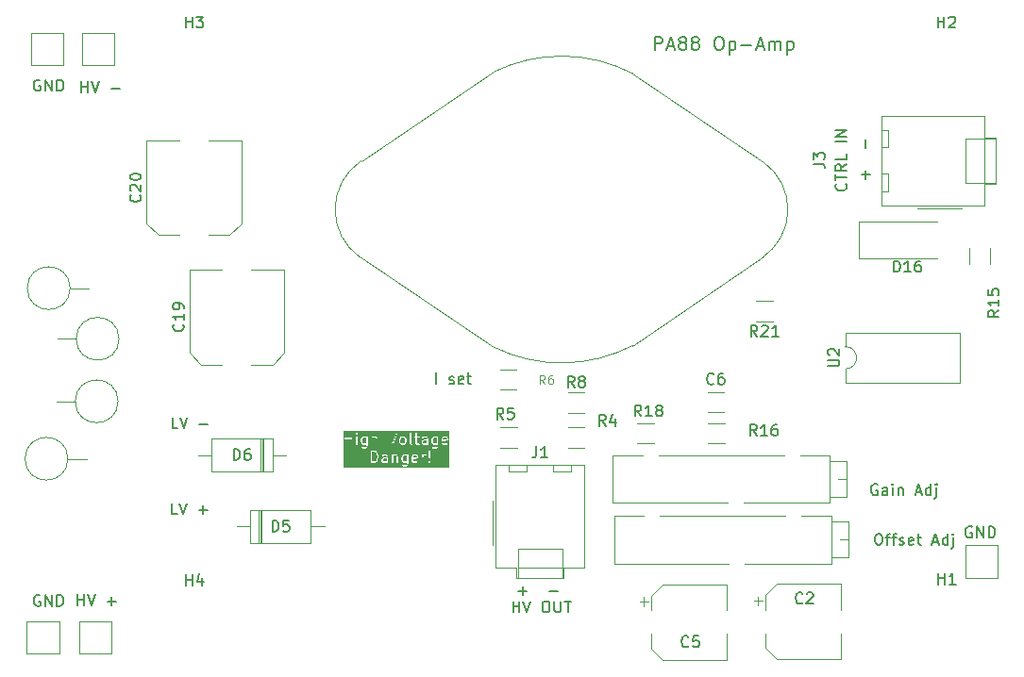
<source format=gbr>
%TF.GenerationSoftware,KiCad,Pcbnew,9.0.5*%
%TF.CreationDate,2025-12-21T21:47:29+01:00*%
%TF.ProjectId,Amplifier Compound,416d706c-6966-4696-9572-20436f6d706f,rev?*%
%TF.SameCoordinates,Original*%
%TF.FileFunction,Legend,Top*%
%TF.FilePolarity,Positive*%
%FSLAX46Y46*%
G04 Gerber Fmt 4.6, Leading zero omitted, Abs format (unit mm)*
G04 Created by KiCad (PCBNEW 9.0.5) date 2025-12-21 21:47:29*
%MOMM*%
%LPD*%
G01*
G04 APERTURE LIST*
%ADD10C,0.150000*%
%ADD11C,0.120000*%
G04 APERTURE END LIST*
D10*
X196899047Y-104602438D02*
X196803809Y-104554819D01*
X196803809Y-104554819D02*
X196660952Y-104554819D01*
X196660952Y-104554819D02*
X196518095Y-104602438D01*
X196518095Y-104602438D02*
X196422857Y-104697676D01*
X196422857Y-104697676D02*
X196375238Y-104792914D01*
X196375238Y-104792914D02*
X196327619Y-104983390D01*
X196327619Y-104983390D02*
X196327619Y-105126247D01*
X196327619Y-105126247D02*
X196375238Y-105316723D01*
X196375238Y-105316723D02*
X196422857Y-105411961D01*
X196422857Y-105411961D02*
X196518095Y-105507200D01*
X196518095Y-105507200D02*
X196660952Y-105554819D01*
X196660952Y-105554819D02*
X196756190Y-105554819D01*
X196756190Y-105554819D02*
X196899047Y-105507200D01*
X196899047Y-105507200D02*
X196946666Y-105459580D01*
X196946666Y-105459580D02*
X196946666Y-105126247D01*
X196946666Y-105126247D02*
X196756190Y-105126247D01*
X197803809Y-105554819D02*
X197803809Y-105031009D01*
X197803809Y-105031009D02*
X197756190Y-104935771D01*
X197756190Y-104935771D02*
X197660952Y-104888152D01*
X197660952Y-104888152D02*
X197470476Y-104888152D01*
X197470476Y-104888152D02*
X197375238Y-104935771D01*
X197803809Y-105507200D02*
X197708571Y-105554819D01*
X197708571Y-105554819D02*
X197470476Y-105554819D01*
X197470476Y-105554819D02*
X197375238Y-105507200D01*
X197375238Y-105507200D02*
X197327619Y-105411961D01*
X197327619Y-105411961D02*
X197327619Y-105316723D01*
X197327619Y-105316723D02*
X197375238Y-105221485D01*
X197375238Y-105221485D02*
X197470476Y-105173866D01*
X197470476Y-105173866D02*
X197708571Y-105173866D01*
X197708571Y-105173866D02*
X197803809Y-105126247D01*
X198280000Y-105554819D02*
X198280000Y-104888152D01*
X198280000Y-104554819D02*
X198232381Y-104602438D01*
X198232381Y-104602438D02*
X198280000Y-104650057D01*
X198280000Y-104650057D02*
X198327619Y-104602438D01*
X198327619Y-104602438D02*
X198280000Y-104554819D01*
X198280000Y-104554819D02*
X198280000Y-104650057D01*
X198756190Y-104888152D02*
X198756190Y-105554819D01*
X198756190Y-104983390D02*
X198803809Y-104935771D01*
X198803809Y-104935771D02*
X198899047Y-104888152D01*
X198899047Y-104888152D02*
X199041904Y-104888152D01*
X199041904Y-104888152D02*
X199137142Y-104935771D01*
X199137142Y-104935771D02*
X199184761Y-105031009D01*
X199184761Y-105031009D02*
X199184761Y-105554819D01*
X200375238Y-105269104D02*
X200851428Y-105269104D01*
X200280000Y-105554819D02*
X200613333Y-104554819D01*
X200613333Y-104554819D02*
X200946666Y-105554819D01*
X201708571Y-105554819D02*
X201708571Y-104554819D01*
X201708571Y-105507200D02*
X201613333Y-105554819D01*
X201613333Y-105554819D02*
X201422857Y-105554819D01*
X201422857Y-105554819D02*
X201327619Y-105507200D01*
X201327619Y-105507200D02*
X201280000Y-105459580D01*
X201280000Y-105459580D02*
X201232381Y-105364342D01*
X201232381Y-105364342D02*
X201232381Y-105078628D01*
X201232381Y-105078628D02*
X201280000Y-104983390D01*
X201280000Y-104983390D02*
X201327619Y-104935771D01*
X201327619Y-104935771D02*
X201422857Y-104888152D01*
X201422857Y-104888152D02*
X201613333Y-104888152D01*
X201613333Y-104888152D02*
X201708571Y-104935771D01*
X202184762Y-104888152D02*
X202184762Y-105745295D01*
X202184762Y-105745295D02*
X202137143Y-105840533D01*
X202137143Y-105840533D02*
X202041905Y-105888152D01*
X202041905Y-105888152D02*
X201994286Y-105888152D01*
X202184762Y-104554819D02*
X202137143Y-104602438D01*
X202137143Y-104602438D02*
X202184762Y-104650057D01*
X202184762Y-104650057D02*
X202232381Y-104602438D01*
X202232381Y-104602438D02*
X202184762Y-104554819D01*
X202184762Y-104554819D02*
X202184762Y-104650057D01*
X121778095Y-114562438D02*
X121682857Y-114514819D01*
X121682857Y-114514819D02*
X121540000Y-114514819D01*
X121540000Y-114514819D02*
X121397143Y-114562438D01*
X121397143Y-114562438D02*
X121301905Y-114657676D01*
X121301905Y-114657676D02*
X121254286Y-114752914D01*
X121254286Y-114752914D02*
X121206667Y-114943390D01*
X121206667Y-114943390D02*
X121206667Y-115086247D01*
X121206667Y-115086247D02*
X121254286Y-115276723D01*
X121254286Y-115276723D02*
X121301905Y-115371961D01*
X121301905Y-115371961D02*
X121397143Y-115467200D01*
X121397143Y-115467200D02*
X121540000Y-115514819D01*
X121540000Y-115514819D02*
X121635238Y-115514819D01*
X121635238Y-115514819D02*
X121778095Y-115467200D01*
X121778095Y-115467200D02*
X121825714Y-115419580D01*
X121825714Y-115419580D02*
X121825714Y-115086247D01*
X121825714Y-115086247D02*
X121635238Y-115086247D01*
X122254286Y-115514819D02*
X122254286Y-114514819D01*
X122254286Y-114514819D02*
X122825714Y-115514819D01*
X122825714Y-115514819D02*
X122825714Y-114514819D01*
X123301905Y-115514819D02*
X123301905Y-114514819D01*
X123301905Y-114514819D02*
X123540000Y-114514819D01*
X123540000Y-114514819D02*
X123682857Y-114562438D01*
X123682857Y-114562438D02*
X123778095Y-114657676D01*
X123778095Y-114657676D02*
X123825714Y-114752914D01*
X123825714Y-114752914D02*
X123873333Y-114943390D01*
X123873333Y-114943390D02*
X123873333Y-115086247D01*
X123873333Y-115086247D02*
X123825714Y-115276723D01*
X123825714Y-115276723D02*
X123778095Y-115371961D01*
X123778095Y-115371961D02*
X123682857Y-115467200D01*
X123682857Y-115467200D02*
X123540000Y-115514819D01*
X123540000Y-115514819D02*
X123301905Y-115514819D01*
X157310000Y-95574819D02*
X157310000Y-94574819D01*
X158500476Y-95527200D02*
X158595714Y-95574819D01*
X158595714Y-95574819D02*
X158786190Y-95574819D01*
X158786190Y-95574819D02*
X158881428Y-95527200D01*
X158881428Y-95527200D02*
X158929047Y-95431961D01*
X158929047Y-95431961D02*
X158929047Y-95384342D01*
X158929047Y-95384342D02*
X158881428Y-95289104D01*
X158881428Y-95289104D02*
X158786190Y-95241485D01*
X158786190Y-95241485D02*
X158643333Y-95241485D01*
X158643333Y-95241485D02*
X158548095Y-95193866D01*
X158548095Y-95193866D02*
X158500476Y-95098628D01*
X158500476Y-95098628D02*
X158500476Y-95051009D01*
X158500476Y-95051009D02*
X158548095Y-94955771D01*
X158548095Y-94955771D02*
X158643333Y-94908152D01*
X158643333Y-94908152D02*
X158786190Y-94908152D01*
X158786190Y-94908152D02*
X158881428Y-94955771D01*
X159738571Y-95527200D02*
X159643333Y-95574819D01*
X159643333Y-95574819D02*
X159452857Y-95574819D01*
X159452857Y-95574819D02*
X159357619Y-95527200D01*
X159357619Y-95527200D02*
X159310000Y-95431961D01*
X159310000Y-95431961D02*
X159310000Y-95051009D01*
X159310000Y-95051009D02*
X159357619Y-94955771D01*
X159357619Y-94955771D02*
X159452857Y-94908152D01*
X159452857Y-94908152D02*
X159643333Y-94908152D01*
X159643333Y-94908152D02*
X159738571Y-94955771D01*
X159738571Y-94955771D02*
X159786190Y-95051009D01*
X159786190Y-95051009D02*
X159786190Y-95146247D01*
X159786190Y-95146247D02*
X159310000Y-95241485D01*
X160071905Y-94908152D02*
X160452857Y-94908152D01*
X160214762Y-94574819D02*
X160214762Y-95431961D01*
X160214762Y-95431961D02*
X160262381Y-95527200D01*
X160262381Y-95527200D02*
X160357619Y-95574819D01*
X160357619Y-95574819D02*
X160452857Y-95574819D01*
X125485714Y-69404819D02*
X125485714Y-68404819D01*
X125485714Y-68881009D02*
X126057142Y-68881009D01*
X126057142Y-69404819D02*
X126057142Y-68404819D01*
X126390476Y-68404819D02*
X126723809Y-69404819D01*
X126723809Y-69404819D02*
X127057142Y-68404819D01*
X128152381Y-69023866D02*
X128914286Y-69023866D01*
X196924285Y-109034819D02*
X197114761Y-109034819D01*
X197114761Y-109034819D02*
X197209999Y-109082438D01*
X197209999Y-109082438D02*
X197305237Y-109177676D01*
X197305237Y-109177676D02*
X197352856Y-109368152D01*
X197352856Y-109368152D02*
X197352856Y-109701485D01*
X197352856Y-109701485D02*
X197305237Y-109891961D01*
X197305237Y-109891961D02*
X197209999Y-109987200D01*
X197209999Y-109987200D02*
X197114761Y-110034819D01*
X197114761Y-110034819D02*
X196924285Y-110034819D01*
X196924285Y-110034819D02*
X196829047Y-109987200D01*
X196829047Y-109987200D02*
X196733809Y-109891961D01*
X196733809Y-109891961D02*
X196686190Y-109701485D01*
X196686190Y-109701485D02*
X196686190Y-109368152D01*
X196686190Y-109368152D02*
X196733809Y-109177676D01*
X196733809Y-109177676D02*
X196829047Y-109082438D01*
X196829047Y-109082438D02*
X196924285Y-109034819D01*
X197638571Y-109368152D02*
X198019523Y-109368152D01*
X197781428Y-110034819D02*
X197781428Y-109177676D01*
X197781428Y-109177676D02*
X197829047Y-109082438D01*
X197829047Y-109082438D02*
X197924285Y-109034819D01*
X197924285Y-109034819D02*
X198019523Y-109034819D01*
X198210000Y-109368152D02*
X198590952Y-109368152D01*
X198352857Y-110034819D02*
X198352857Y-109177676D01*
X198352857Y-109177676D02*
X198400476Y-109082438D01*
X198400476Y-109082438D02*
X198495714Y-109034819D01*
X198495714Y-109034819D02*
X198590952Y-109034819D01*
X198876667Y-109987200D02*
X198971905Y-110034819D01*
X198971905Y-110034819D02*
X199162381Y-110034819D01*
X199162381Y-110034819D02*
X199257619Y-109987200D01*
X199257619Y-109987200D02*
X199305238Y-109891961D01*
X199305238Y-109891961D02*
X199305238Y-109844342D01*
X199305238Y-109844342D02*
X199257619Y-109749104D01*
X199257619Y-109749104D02*
X199162381Y-109701485D01*
X199162381Y-109701485D02*
X199019524Y-109701485D01*
X199019524Y-109701485D02*
X198924286Y-109653866D01*
X198924286Y-109653866D02*
X198876667Y-109558628D01*
X198876667Y-109558628D02*
X198876667Y-109511009D01*
X198876667Y-109511009D02*
X198924286Y-109415771D01*
X198924286Y-109415771D02*
X199019524Y-109368152D01*
X199019524Y-109368152D02*
X199162381Y-109368152D01*
X199162381Y-109368152D02*
X199257619Y-109415771D01*
X200114762Y-109987200D02*
X200019524Y-110034819D01*
X200019524Y-110034819D02*
X199829048Y-110034819D01*
X199829048Y-110034819D02*
X199733810Y-109987200D01*
X199733810Y-109987200D02*
X199686191Y-109891961D01*
X199686191Y-109891961D02*
X199686191Y-109511009D01*
X199686191Y-109511009D02*
X199733810Y-109415771D01*
X199733810Y-109415771D02*
X199829048Y-109368152D01*
X199829048Y-109368152D02*
X200019524Y-109368152D01*
X200019524Y-109368152D02*
X200114762Y-109415771D01*
X200114762Y-109415771D02*
X200162381Y-109511009D01*
X200162381Y-109511009D02*
X200162381Y-109606247D01*
X200162381Y-109606247D02*
X199686191Y-109701485D01*
X200448096Y-109368152D02*
X200829048Y-109368152D01*
X200590953Y-109034819D02*
X200590953Y-109891961D01*
X200590953Y-109891961D02*
X200638572Y-109987200D01*
X200638572Y-109987200D02*
X200733810Y-110034819D01*
X200733810Y-110034819D02*
X200829048Y-110034819D01*
X201876668Y-109749104D02*
X202352858Y-109749104D01*
X201781430Y-110034819D02*
X202114763Y-109034819D01*
X202114763Y-109034819D02*
X202448096Y-110034819D01*
X203210001Y-110034819D02*
X203210001Y-109034819D01*
X203210001Y-109987200D02*
X203114763Y-110034819D01*
X203114763Y-110034819D02*
X202924287Y-110034819D01*
X202924287Y-110034819D02*
X202829049Y-109987200D01*
X202829049Y-109987200D02*
X202781430Y-109939580D01*
X202781430Y-109939580D02*
X202733811Y-109844342D01*
X202733811Y-109844342D02*
X202733811Y-109558628D01*
X202733811Y-109558628D02*
X202781430Y-109463390D01*
X202781430Y-109463390D02*
X202829049Y-109415771D01*
X202829049Y-109415771D02*
X202924287Y-109368152D01*
X202924287Y-109368152D02*
X203114763Y-109368152D01*
X203114763Y-109368152D02*
X203210001Y-109415771D01*
X203686192Y-109368152D02*
X203686192Y-110225295D01*
X203686192Y-110225295D02*
X203638573Y-110320533D01*
X203638573Y-110320533D02*
X203543335Y-110368152D01*
X203543335Y-110368152D02*
X203495716Y-110368152D01*
X203686192Y-109034819D02*
X203638573Y-109082438D01*
X203638573Y-109082438D02*
X203686192Y-109130057D01*
X203686192Y-109130057D02*
X203733811Y-109082438D01*
X203733811Y-109082438D02*
X203686192Y-109034819D01*
X203686192Y-109034819D02*
X203686192Y-109130057D01*
X176920001Y-65597342D02*
X176920001Y-64397342D01*
X176920001Y-64397342D02*
X177377144Y-64397342D01*
X177377144Y-64397342D02*
X177491429Y-64454485D01*
X177491429Y-64454485D02*
X177548572Y-64511628D01*
X177548572Y-64511628D02*
X177605715Y-64625914D01*
X177605715Y-64625914D02*
X177605715Y-64797342D01*
X177605715Y-64797342D02*
X177548572Y-64911628D01*
X177548572Y-64911628D02*
X177491429Y-64968771D01*
X177491429Y-64968771D02*
X177377144Y-65025914D01*
X177377144Y-65025914D02*
X176920001Y-65025914D01*
X178062858Y-65254485D02*
X178634287Y-65254485D01*
X177948572Y-65597342D02*
X178348572Y-64397342D01*
X178348572Y-64397342D02*
X178748572Y-65597342D01*
X179320000Y-64911628D02*
X179205715Y-64854485D01*
X179205715Y-64854485D02*
X179148572Y-64797342D01*
X179148572Y-64797342D02*
X179091429Y-64683057D01*
X179091429Y-64683057D02*
X179091429Y-64625914D01*
X179091429Y-64625914D02*
X179148572Y-64511628D01*
X179148572Y-64511628D02*
X179205715Y-64454485D01*
X179205715Y-64454485D02*
X179320000Y-64397342D01*
X179320000Y-64397342D02*
X179548572Y-64397342D01*
X179548572Y-64397342D02*
X179662858Y-64454485D01*
X179662858Y-64454485D02*
X179720000Y-64511628D01*
X179720000Y-64511628D02*
X179777143Y-64625914D01*
X179777143Y-64625914D02*
X179777143Y-64683057D01*
X179777143Y-64683057D02*
X179720000Y-64797342D01*
X179720000Y-64797342D02*
X179662858Y-64854485D01*
X179662858Y-64854485D02*
X179548572Y-64911628D01*
X179548572Y-64911628D02*
X179320000Y-64911628D01*
X179320000Y-64911628D02*
X179205715Y-64968771D01*
X179205715Y-64968771D02*
X179148572Y-65025914D01*
X179148572Y-65025914D02*
X179091429Y-65140200D01*
X179091429Y-65140200D02*
X179091429Y-65368771D01*
X179091429Y-65368771D02*
X179148572Y-65483057D01*
X179148572Y-65483057D02*
X179205715Y-65540200D01*
X179205715Y-65540200D02*
X179320000Y-65597342D01*
X179320000Y-65597342D02*
X179548572Y-65597342D01*
X179548572Y-65597342D02*
X179662858Y-65540200D01*
X179662858Y-65540200D02*
X179720000Y-65483057D01*
X179720000Y-65483057D02*
X179777143Y-65368771D01*
X179777143Y-65368771D02*
X179777143Y-65140200D01*
X179777143Y-65140200D02*
X179720000Y-65025914D01*
X179720000Y-65025914D02*
X179662858Y-64968771D01*
X179662858Y-64968771D02*
X179548572Y-64911628D01*
X180462857Y-64911628D02*
X180348572Y-64854485D01*
X180348572Y-64854485D02*
X180291429Y-64797342D01*
X180291429Y-64797342D02*
X180234286Y-64683057D01*
X180234286Y-64683057D02*
X180234286Y-64625914D01*
X180234286Y-64625914D02*
X180291429Y-64511628D01*
X180291429Y-64511628D02*
X180348572Y-64454485D01*
X180348572Y-64454485D02*
X180462857Y-64397342D01*
X180462857Y-64397342D02*
X180691429Y-64397342D01*
X180691429Y-64397342D02*
X180805715Y-64454485D01*
X180805715Y-64454485D02*
X180862857Y-64511628D01*
X180862857Y-64511628D02*
X180920000Y-64625914D01*
X180920000Y-64625914D02*
X180920000Y-64683057D01*
X180920000Y-64683057D02*
X180862857Y-64797342D01*
X180862857Y-64797342D02*
X180805715Y-64854485D01*
X180805715Y-64854485D02*
X180691429Y-64911628D01*
X180691429Y-64911628D02*
X180462857Y-64911628D01*
X180462857Y-64911628D02*
X180348572Y-64968771D01*
X180348572Y-64968771D02*
X180291429Y-65025914D01*
X180291429Y-65025914D02*
X180234286Y-65140200D01*
X180234286Y-65140200D02*
X180234286Y-65368771D01*
X180234286Y-65368771D02*
X180291429Y-65483057D01*
X180291429Y-65483057D02*
X180348572Y-65540200D01*
X180348572Y-65540200D02*
X180462857Y-65597342D01*
X180462857Y-65597342D02*
X180691429Y-65597342D01*
X180691429Y-65597342D02*
X180805715Y-65540200D01*
X180805715Y-65540200D02*
X180862857Y-65483057D01*
X180862857Y-65483057D02*
X180920000Y-65368771D01*
X180920000Y-65368771D02*
X180920000Y-65140200D01*
X180920000Y-65140200D02*
X180862857Y-65025914D01*
X180862857Y-65025914D02*
X180805715Y-64968771D01*
X180805715Y-64968771D02*
X180691429Y-64911628D01*
X182577143Y-64397342D02*
X182805715Y-64397342D01*
X182805715Y-64397342D02*
X182920000Y-64454485D01*
X182920000Y-64454485D02*
X183034286Y-64568771D01*
X183034286Y-64568771D02*
X183091429Y-64797342D01*
X183091429Y-64797342D02*
X183091429Y-65197342D01*
X183091429Y-65197342D02*
X183034286Y-65425914D01*
X183034286Y-65425914D02*
X182920000Y-65540200D01*
X182920000Y-65540200D02*
X182805715Y-65597342D01*
X182805715Y-65597342D02*
X182577143Y-65597342D01*
X182577143Y-65597342D02*
X182462858Y-65540200D01*
X182462858Y-65540200D02*
X182348572Y-65425914D01*
X182348572Y-65425914D02*
X182291429Y-65197342D01*
X182291429Y-65197342D02*
X182291429Y-64797342D01*
X182291429Y-64797342D02*
X182348572Y-64568771D01*
X182348572Y-64568771D02*
X182462858Y-64454485D01*
X182462858Y-64454485D02*
X182577143Y-64397342D01*
X183605715Y-64797342D02*
X183605715Y-65997342D01*
X183605715Y-64854485D02*
X183720001Y-64797342D01*
X183720001Y-64797342D02*
X183948572Y-64797342D01*
X183948572Y-64797342D02*
X184062858Y-64854485D01*
X184062858Y-64854485D02*
X184120001Y-64911628D01*
X184120001Y-64911628D02*
X184177143Y-65025914D01*
X184177143Y-65025914D02*
X184177143Y-65368771D01*
X184177143Y-65368771D02*
X184120001Y-65483057D01*
X184120001Y-65483057D02*
X184062858Y-65540200D01*
X184062858Y-65540200D02*
X183948572Y-65597342D01*
X183948572Y-65597342D02*
X183720001Y-65597342D01*
X183720001Y-65597342D02*
X183605715Y-65540200D01*
X184691429Y-65140200D02*
X185605715Y-65140200D01*
X186120000Y-65254485D02*
X186691429Y-65254485D01*
X186005714Y-65597342D02*
X186405714Y-64397342D01*
X186405714Y-64397342D02*
X186805714Y-65597342D01*
X187205714Y-65597342D02*
X187205714Y-64797342D01*
X187205714Y-64911628D02*
X187262857Y-64854485D01*
X187262857Y-64854485D02*
X187377142Y-64797342D01*
X187377142Y-64797342D02*
X187548571Y-64797342D01*
X187548571Y-64797342D02*
X187662857Y-64854485D01*
X187662857Y-64854485D02*
X187720000Y-64968771D01*
X187720000Y-64968771D02*
X187720000Y-65597342D01*
X187720000Y-64968771D02*
X187777142Y-64854485D01*
X187777142Y-64854485D02*
X187891428Y-64797342D01*
X187891428Y-64797342D02*
X188062857Y-64797342D01*
X188062857Y-64797342D02*
X188177142Y-64854485D01*
X188177142Y-64854485D02*
X188234285Y-64968771D01*
X188234285Y-64968771D02*
X188234285Y-65597342D01*
X188805714Y-64797342D02*
X188805714Y-65997342D01*
X188805714Y-64854485D02*
X188920000Y-64797342D01*
X188920000Y-64797342D02*
X189148571Y-64797342D01*
X189148571Y-64797342D02*
X189262857Y-64854485D01*
X189262857Y-64854485D02*
X189320000Y-64911628D01*
X189320000Y-64911628D02*
X189377142Y-65025914D01*
X189377142Y-65025914D02*
X189377142Y-65368771D01*
X189377142Y-65368771D02*
X189320000Y-65483057D01*
X189320000Y-65483057D02*
X189262857Y-65540200D01*
X189262857Y-65540200D02*
X189148571Y-65597342D01*
X189148571Y-65597342D02*
X188920000Y-65597342D01*
X188920000Y-65597342D02*
X188805714Y-65540200D01*
X194049580Y-77589047D02*
X194097200Y-77636666D01*
X194097200Y-77636666D02*
X194144819Y-77779523D01*
X194144819Y-77779523D02*
X194144819Y-77874761D01*
X194144819Y-77874761D02*
X194097200Y-78017618D01*
X194097200Y-78017618D02*
X194001961Y-78112856D01*
X194001961Y-78112856D02*
X193906723Y-78160475D01*
X193906723Y-78160475D02*
X193716247Y-78208094D01*
X193716247Y-78208094D02*
X193573390Y-78208094D01*
X193573390Y-78208094D02*
X193382914Y-78160475D01*
X193382914Y-78160475D02*
X193287676Y-78112856D01*
X193287676Y-78112856D02*
X193192438Y-78017618D01*
X193192438Y-78017618D02*
X193144819Y-77874761D01*
X193144819Y-77874761D02*
X193144819Y-77779523D01*
X193144819Y-77779523D02*
X193192438Y-77636666D01*
X193192438Y-77636666D02*
X193240057Y-77589047D01*
X193144819Y-77303332D02*
X193144819Y-76731904D01*
X194144819Y-77017618D02*
X193144819Y-77017618D01*
X194144819Y-75827142D02*
X193668628Y-76160475D01*
X194144819Y-76398570D02*
X193144819Y-76398570D01*
X193144819Y-76398570D02*
X193144819Y-76017618D01*
X193144819Y-76017618D02*
X193192438Y-75922380D01*
X193192438Y-75922380D02*
X193240057Y-75874761D01*
X193240057Y-75874761D02*
X193335295Y-75827142D01*
X193335295Y-75827142D02*
X193478152Y-75827142D01*
X193478152Y-75827142D02*
X193573390Y-75874761D01*
X193573390Y-75874761D02*
X193621009Y-75922380D01*
X193621009Y-75922380D02*
X193668628Y-76017618D01*
X193668628Y-76017618D02*
X193668628Y-76398570D01*
X194144819Y-74922380D02*
X194144819Y-75398570D01*
X194144819Y-75398570D02*
X193144819Y-75398570D01*
X194144819Y-73827141D02*
X193144819Y-73827141D01*
X194144819Y-73350951D02*
X193144819Y-73350951D01*
X193144819Y-73350951D02*
X194144819Y-72779523D01*
X194144819Y-72779523D02*
X193144819Y-72779523D01*
X205368095Y-108422438D02*
X205272857Y-108374819D01*
X205272857Y-108374819D02*
X205130000Y-108374819D01*
X205130000Y-108374819D02*
X204987143Y-108422438D01*
X204987143Y-108422438D02*
X204891905Y-108517676D01*
X204891905Y-108517676D02*
X204844286Y-108612914D01*
X204844286Y-108612914D02*
X204796667Y-108803390D01*
X204796667Y-108803390D02*
X204796667Y-108946247D01*
X204796667Y-108946247D02*
X204844286Y-109136723D01*
X204844286Y-109136723D02*
X204891905Y-109231961D01*
X204891905Y-109231961D02*
X204987143Y-109327200D01*
X204987143Y-109327200D02*
X205130000Y-109374819D01*
X205130000Y-109374819D02*
X205225238Y-109374819D01*
X205225238Y-109374819D02*
X205368095Y-109327200D01*
X205368095Y-109327200D02*
X205415714Y-109279580D01*
X205415714Y-109279580D02*
X205415714Y-108946247D01*
X205415714Y-108946247D02*
X205225238Y-108946247D01*
X205844286Y-109374819D02*
X205844286Y-108374819D01*
X205844286Y-108374819D02*
X206415714Y-109374819D01*
X206415714Y-109374819D02*
X206415714Y-108374819D01*
X206891905Y-109374819D02*
X206891905Y-108374819D01*
X206891905Y-108374819D02*
X207130000Y-108374819D01*
X207130000Y-108374819D02*
X207272857Y-108422438D01*
X207272857Y-108422438D02*
X207368095Y-108517676D01*
X207368095Y-108517676D02*
X207415714Y-108612914D01*
X207415714Y-108612914D02*
X207463333Y-108803390D01*
X207463333Y-108803390D02*
X207463333Y-108946247D01*
X207463333Y-108946247D02*
X207415714Y-109136723D01*
X207415714Y-109136723D02*
X207368095Y-109231961D01*
X207368095Y-109231961D02*
X207272857Y-109327200D01*
X207272857Y-109327200D02*
X207130000Y-109374819D01*
X207130000Y-109374819D02*
X206891905Y-109374819D01*
X164216190Y-116074819D02*
X164216190Y-115074819D01*
X164216190Y-115551009D02*
X164787618Y-115551009D01*
X164787618Y-116074819D02*
X164787618Y-115074819D01*
X165120952Y-115074819D02*
X165454285Y-116074819D01*
X165454285Y-116074819D02*
X165787618Y-115074819D01*
X167073333Y-115074819D02*
X167263809Y-115074819D01*
X167263809Y-115074819D02*
X167359047Y-115122438D01*
X167359047Y-115122438D02*
X167454285Y-115217676D01*
X167454285Y-115217676D02*
X167501904Y-115408152D01*
X167501904Y-115408152D02*
X167501904Y-115741485D01*
X167501904Y-115741485D02*
X167454285Y-115931961D01*
X167454285Y-115931961D02*
X167359047Y-116027200D01*
X167359047Y-116027200D02*
X167263809Y-116074819D01*
X167263809Y-116074819D02*
X167073333Y-116074819D01*
X167073333Y-116074819D02*
X166978095Y-116027200D01*
X166978095Y-116027200D02*
X166882857Y-115931961D01*
X166882857Y-115931961D02*
X166835238Y-115741485D01*
X166835238Y-115741485D02*
X166835238Y-115408152D01*
X166835238Y-115408152D02*
X166882857Y-115217676D01*
X166882857Y-115217676D02*
X166978095Y-115122438D01*
X166978095Y-115122438D02*
X167073333Y-115074819D01*
X167930476Y-115074819D02*
X167930476Y-115884342D01*
X167930476Y-115884342D02*
X167978095Y-115979580D01*
X167978095Y-115979580D02*
X168025714Y-116027200D01*
X168025714Y-116027200D02*
X168120952Y-116074819D01*
X168120952Y-116074819D02*
X168311428Y-116074819D01*
X168311428Y-116074819D02*
X168406666Y-116027200D01*
X168406666Y-116027200D02*
X168454285Y-115979580D01*
X168454285Y-115979580D02*
X168501904Y-115884342D01*
X168501904Y-115884342D02*
X168501904Y-115074819D01*
X168835238Y-115074819D02*
X169406666Y-115074819D01*
X169120952Y-116074819D02*
X169120952Y-115074819D01*
X134070952Y-107279847D02*
X133594762Y-107279847D01*
X133594762Y-107279847D02*
X133594762Y-106279847D01*
X134261429Y-106279847D02*
X134594762Y-107279847D01*
X134594762Y-107279847D02*
X134928095Y-106279847D01*
X136023334Y-106898894D02*
X136785239Y-106898894D01*
X136404286Y-107279847D02*
X136404286Y-106517942D01*
X164678095Y-114153866D02*
X165440000Y-114153866D01*
X165059047Y-114534819D02*
X165059047Y-113772914D01*
X167440000Y-114153866D02*
X168201905Y-114153866D01*
X121778095Y-68302438D02*
X121682857Y-68254819D01*
X121682857Y-68254819D02*
X121540000Y-68254819D01*
X121540000Y-68254819D02*
X121397143Y-68302438D01*
X121397143Y-68302438D02*
X121301905Y-68397676D01*
X121301905Y-68397676D02*
X121254286Y-68492914D01*
X121254286Y-68492914D02*
X121206667Y-68683390D01*
X121206667Y-68683390D02*
X121206667Y-68826247D01*
X121206667Y-68826247D02*
X121254286Y-69016723D01*
X121254286Y-69016723D02*
X121301905Y-69111961D01*
X121301905Y-69111961D02*
X121397143Y-69207200D01*
X121397143Y-69207200D02*
X121540000Y-69254819D01*
X121540000Y-69254819D02*
X121635238Y-69254819D01*
X121635238Y-69254819D02*
X121778095Y-69207200D01*
X121778095Y-69207200D02*
X121825714Y-69159580D01*
X121825714Y-69159580D02*
X121825714Y-68826247D01*
X121825714Y-68826247D02*
X121635238Y-68826247D01*
X122254286Y-69254819D02*
X122254286Y-68254819D01*
X122254286Y-68254819D02*
X122825714Y-69254819D01*
X122825714Y-69254819D02*
X122825714Y-68254819D01*
X123301905Y-69254819D02*
X123301905Y-68254819D01*
X123301905Y-68254819D02*
X123540000Y-68254819D01*
X123540000Y-68254819D02*
X123682857Y-68302438D01*
X123682857Y-68302438D02*
X123778095Y-68397676D01*
X123778095Y-68397676D02*
X123825714Y-68492914D01*
X123825714Y-68492914D02*
X123873333Y-68683390D01*
X123873333Y-68683390D02*
X123873333Y-68826247D01*
X123873333Y-68826247D02*
X123825714Y-69016723D01*
X123825714Y-69016723D02*
X123778095Y-69111961D01*
X123778095Y-69111961D02*
X123682857Y-69207200D01*
X123682857Y-69207200D02*
X123540000Y-69254819D01*
X123540000Y-69254819D02*
X123301905Y-69254819D01*
D11*
G36*
X154692857Y-102019412D02*
G01*
X154692857Y-102516678D01*
X154643454Y-102541379D01*
X154481308Y-102541379D01*
X154407446Y-102504448D01*
X154373596Y-102470597D01*
X154336667Y-102396737D01*
X154336667Y-102139352D01*
X154373597Y-102065491D01*
X154407445Y-102031643D01*
X154481308Y-101994712D01*
X154643454Y-101994712D01*
X154692857Y-102019412D01*
G37*
G36*
X151863304Y-101701440D02*
G01*
X151941639Y-101779775D01*
X151981959Y-101860416D01*
X152026190Y-102037338D01*
X152026190Y-102165419D01*
X151981959Y-102342341D01*
X151941639Y-102422982D01*
X151863303Y-102501318D01*
X151743120Y-102541379D01*
X151574762Y-102541379D01*
X151574762Y-101661379D01*
X151743120Y-101661379D01*
X151863304Y-101701440D01*
G37*
G36*
X152883333Y-102516678D02*
G01*
X152833930Y-102541379D01*
X152624165Y-102541379D01*
X152559483Y-102509038D01*
X152527143Y-102444356D01*
X152527143Y-102377447D01*
X152559482Y-102312767D01*
X152624165Y-102280426D01*
X152848095Y-102280426D01*
X152851042Y-102279839D01*
X152852348Y-102280275D01*
X152861623Y-102277735D01*
X152871056Y-102275859D01*
X152872029Y-102274885D01*
X152874928Y-102274092D01*
X152883333Y-102269889D01*
X152883333Y-102516678D01*
G37*
G36*
X155565277Y-102027051D02*
G01*
X155597619Y-102091734D01*
X155597619Y-102123618D01*
X155241429Y-102194856D01*
X155241429Y-102091733D01*
X155273768Y-102027053D01*
X155338451Y-101994712D01*
X155500597Y-101994712D01*
X155565277Y-102027051D01*
G37*
G36*
X151049998Y-100409468D02*
G01*
X151049998Y-100906734D01*
X151000595Y-100931435D01*
X150838449Y-100931435D01*
X150764587Y-100894504D01*
X150730737Y-100860653D01*
X150693808Y-100786793D01*
X150693808Y-100529408D01*
X150730738Y-100455547D01*
X150764586Y-100421699D01*
X150838449Y-100384768D01*
X151000595Y-100384768D01*
X151049998Y-100409468D01*
G37*
G36*
X157383333Y-100409468D02*
G01*
X157383333Y-100906734D01*
X157333930Y-100931435D01*
X157171784Y-100931435D01*
X157097922Y-100894504D01*
X157064072Y-100860653D01*
X157027143Y-100786793D01*
X157027143Y-100529408D01*
X157064073Y-100455547D01*
X157097921Y-100421699D01*
X157171784Y-100384768D01*
X157333930Y-100384768D01*
X157383333Y-100409468D01*
G37*
G36*
X154455409Y-100421698D02*
G01*
X154489257Y-100455546D01*
X154526189Y-100529409D01*
X154526189Y-100786793D01*
X154489257Y-100860655D01*
X154455407Y-100894505D01*
X154381548Y-100931435D01*
X154267021Y-100931435D01*
X154193159Y-100894504D01*
X154159309Y-100860653D01*
X154122380Y-100786793D01*
X154122380Y-100529408D01*
X154159310Y-100455547D01*
X154193158Y-100421699D01*
X154267021Y-100384768D01*
X154381548Y-100384768D01*
X154455409Y-100421698D01*
G37*
G36*
X156478571Y-100906734D02*
G01*
X156429168Y-100931435D01*
X156219403Y-100931435D01*
X156154721Y-100899094D01*
X156122381Y-100834412D01*
X156122381Y-100767503D01*
X156154720Y-100702823D01*
X156219403Y-100670482D01*
X156443333Y-100670482D01*
X156446280Y-100669895D01*
X156447586Y-100670331D01*
X156456861Y-100667791D01*
X156466294Y-100665915D01*
X156467267Y-100664941D01*
X156470166Y-100664148D01*
X156478571Y-100659945D01*
X156478571Y-100906734D01*
G37*
G36*
X158255753Y-100417107D02*
G01*
X158288095Y-100481790D01*
X158288095Y-100513674D01*
X157931905Y-100584912D01*
X157931905Y-100481789D01*
X157964244Y-100417109D01*
X158028927Y-100384768D01*
X158191073Y-100384768D01*
X158255753Y-100417107D01*
G37*
G36*
X158519206Y-103105823D02*
G01*
X148986507Y-103105823D01*
X148986507Y-101601379D01*
X151454762Y-101601379D01*
X151454762Y-102601379D01*
X151459329Y-102624340D01*
X151491801Y-102656812D01*
X151514762Y-102661379D01*
X151752857Y-102661379D01*
X151762290Y-102659502D01*
X151771831Y-102658300D01*
X151914687Y-102610681D01*
X151917298Y-102609193D01*
X151918675Y-102609193D01*
X151926669Y-102603850D01*
X151935026Y-102599088D01*
X151935642Y-102597855D01*
X151938141Y-102596186D01*
X152033379Y-102500947D01*
X152038722Y-102492950D01*
X152044618Y-102485354D01*
X152092236Y-102390116D01*
X152093971Y-102383780D01*
X152096780Y-102377835D01*
X152100418Y-102363283D01*
X152407143Y-102363283D01*
X152407143Y-102458521D01*
X152407729Y-102461468D01*
X152407294Y-102462774D01*
X152409833Y-102472049D01*
X152411710Y-102481482D01*
X152412683Y-102482455D01*
X152413477Y-102485354D01*
X152461096Y-102580592D01*
X152468421Y-102590031D01*
X152469435Y-102593072D01*
X152472819Y-102595699D01*
X152475449Y-102599087D01*
X152478491Y-102600101D01*
X152487929Y-102607426D01*
X152583167Y-102655044D01*
X152586064Y-102655837D01*
X152587039Y-102656812D01*
X152596475Y-102658688D01*
X152605746Y-102661228D01*
X152607052Y-102660792D01*
X152610000Y-102661379D01*
X152848095Y-102661379D01*
X152851042Y-102660792D01*
X152852348Y-102661228D01*
X152861623Y-102658688D01*
X152871056Y-102656812D01*
X152872029Y-102655838D01*
X152874928Y-102655045D01*
X152904046Y-102640486D01*
X152920372Y-102656812D01*
X152966294Y-102656812D01*
X152998766Y-102624340D01*
X153003333Y-102601379D01*
X153003333Y-102077569D01*
X153002746Y-102074621D01*
X153003182Y-102073315D01*
X153000642Y-102064044D01*
X152998766Y-102054608D01*
X152997791Y-102053633D01*
X152996998Y-102050736D01*
X152949380Y-101955498D01*
X152942054Y-101946059D01*
X152941041Y-101943019D01*
X152937654Y-101940390D01*
X152935026Y-101937004D01*
X152931985Y-101935990D01*
X152930338Y-101934712D01*
X153359524Y-101934712D01*
X153359524Y-102601379D01*
X153364091Y-102624340D01*
X153396563Y-102656812D01*
X153442485Y-102656812D01*
X153474957Y-102624340D01*
X153479524Y-102601379D01*
X153479524Y-102054802D01*
X153502683Y-102031643D01*
X153576546Y-101994712D01*
X153691073Y-101994712D01*
X153755753Y-102027051D01*
X153788095Y-102091734D01*
X153788095Y-102601379D01*
X153792662Y-102624340D01*
X153825134Y-102656812D01*
X153871056Y-102656812D01*
X153903528Y-102624340D01*
X153908095Y-102601379D01*
X153908095Y-102125188D01*
X154216667Y-102125188D01*
X154216667Y-102410902D01*
X154217253Y-102413849D01*
X154216818Y-102415155D01*
X154219357Y-102424430D01*
X154221234Y-102433863D01*
X154222207Y-102434836D01*
X154223001Y-102437735D01*
X154270620Y-102532973D01*
X154276515Y-102540569D01*
X154281859Y-102548566D01*
X154329478Y-102596186D01*
X154337476Y-102601530D01*
X154345072Y-102607426D01*
X154440310Y-102655044D01*
X154443207Y-102655837D01*
X154444182Y-102656812D01*
X154453618Y-102658688D01*
X154462889Y-102661228D01*
X154464195Y-102660792D01*
X154467143Y-102661379D01*
X154657619Y-102661379D01*
X154660566Y-102660792D01*
X154661872Y-102661228D01*
X154671147Y-102658688D01*
X154680580Y-102656812D01*
X154681553Y-102655838D01*
X154684452Y-102655045D01*
X154692857Y-102650842D01*
X154692857Y-102730071D01*
X154655925Y-102803933D01*
X154622077Y-102837781D01*
X154548216Y-102874712D01*
X154433689Y-102874712D01*
X154351119Y-102833427D01*
X154328539Y-102827244D01*
X154284974Y-102841766D01*
X154264437Y-102882840D01*
X154278959Y-102926405D01*
X154297453Y-102940759D01*
X154392691Y-102988377D01*
X154395588Y-102989170D01*
X154396563Y-102990145D01*
X154405999Y-102992021D01*
X154415270Y-102994561D01*
X154416576Y-102994125D01*
X154419524Y-102994712D01*
X154562381Y-102994712D01*
X154565328Y-102994125D01*
X154566634Y-102994561D01*
X154575909Y-102992021D01*
X154585342Y-102990145D01*
X154586315Y-102989171D01*
X154589214Y-102988378D01*
X154684452Y-102940759D01*
X154692053Y-102934858D01*
X154700045Y-102929519D01*
X154747664Y-102881901D01*
X154753006Y-102873905D01*
X154758904Y-102866307D01*
X154806522Y-102771069D01*
X154807315Y-102768171D01*
X154808290Y-102767197D01*
X154810166Y-102757760D01*
X154812706Y-102748490D01*
X154812270Y-102747183D01*
X154812857Y-102744236D01*
X154812857Y-102077569D01*
X155121429Y-102077569D01*
X155121429Y-102458521D01*
X155122015Y-102461468D01*
X155121580Y-102462774D01*
X155124119Y-102472049D01*
X155125996Y-102481482D01*
X155126969Y-102482455D01*
X155127763Y-102485354D01*
X155175382Y-102580592D01*
X155182707Y-102590031D01*
X155183721Y-102593072D01*
X155187105Y-102595699D01*
X155189735Y-102599087D01*
X155192777Y-102600101D01*
X155202215Y-102607426D01*
X155297453Y-102655044D01*
X155300350Y-102655837D01*
X155301325Y-102656812D01*
X155310761Y-102658688D01*
X155320032Y-102661228D01*
X155321338Y-102660792D01*
X155324286Y-102661379D01*
X155514762Y-102661379D01*
X155517709Y-102660792D01*
X155519015Y-102661228D01*
X155528290Y-102658688D01*
X155537723Y-102656812D01*
X155538696Y-102655838D01*
X155541595Y-102655045D01*
X155636833Y-102607426D01*
X155655327Y-102593072D01*
X155669849Y-102549507D01*
X155649312Y-102508433D01*
X155605746Y-102493911D01*
X155583167Y-102500095D01*
X155500597Y-102541379D01*
X155338451Y-102541379D01*
X155273769Y-102509038D01*
X155241429Y-102444356D01*
X155241429Y-102317233D01*
X155669386Y-102231642D01*
X155677575Y-102228240D01*
X155680580Y-102228240D01*
X155682715Y-102226104D01*
X155691005Y-102222661D01*
X155700696Y-102208123D01*
X155713052Y-102195768D01*
X155714803Y-102186963D01*
X155716478Y-102184451D01*
X155715888Y-102181505D01*
X155717619Y-102172807D01*
X155717619Y-102077569D01*
X155717032Y-102074621D01*
X155717468Y-102073315D01*
X155714928Y-102064044D01*
X155713052Y-102054608D01*
X155712077Y-102053633D01*
X155711284Y-102050736D01*
X155663666Y-101955498D01*
X155656340Y-101946059D01*
X155655327Y-101943019D01*
X155651940Y-101940390D01*
X155649312Y-101937004D01*
X155646271Y-101935990D01*
X155644624Y-101934712D01*
X156026191Y-101934712D01*
X156026191Y-102601379D01*
X156030758Y-102624340D01*
X156063230Y-102656812D01*
X156109152Y-102656812D01*
X156141624Y-102624340D01*
X156146191Y-102601379D01*
X156146191Y-102530799D01*
X156602187Y-102530799D01*
X156602187Y-102576722D01*
X156602189Y-102576724D01*
X156615194Y-102596186D01*
X156662812Y-102643805D01*
X156682278Y-102656812D01*
X156728200Y-102656812D01*
X156747665Y-102643805D01*
X156795284Y-102596187D01*
X156808288Y-102576724D01*
X156808291Y-102576722D01*
X156808291Y-102530799D01*
X156795285Y-102511334D01*
X156747666Y-102463714D01*
X156728201Y-102450707D01*
X156728199Y-102450707D01*
X156682277Y-102450707D01*
X156662812Y-102463714D01*
X156615193Y-102511334D01*
X156602187Y-102530799D01*
X156146191Y-102530799D01*
X156146191Y-102139352D01*
X156183121Y-102065491D01*
X156216969Y-102031643D01*
X156290832Y-101994712D01*
X156371905Y-101994712D01*
X156394866Y-101990145D01*
X156427338Y-101957673D01*
X156427338Y-101911751D01*
X156394866Y-101879279D01*
X156371905Y-101874712D01*
X156276667Y-101874712D01*
X156273719Y-101875298D01*
X156272413Y-101874863D01*
X156263142Y-101877402D01*
X156253706Y-101879279D01*
X156252731Y-101880253D01*
X156249834Y-101881047D01*
X156154596Y-101928665D01*
X156146997Y-101934562D01*
X156146191Y-101935101D01*
X156146191Y-101934712D01*
X156141624Y-101911751D01*
X156109152Y-101879279D01*
X156063230Y-101879279D01*
X156030758Y-101911751D01*
X156026191Y-101934712D01*
X155644624Y-101934712D01*
X155636833Y-101928665D01*
X155541595Y-101881046D01*
X155538696Y-101880252D01*
X155537723Y-101879279D01*
X155528290Y-101877402D01*
X155519015Y-101874863D01*
X155517709Y-101875298D01*
X155514762Y-101874712D01*
X155324286Y-101874712D01*
X155321338Y-101875298D01*
X155320032Y-101874863D01*
X155310761Y-101877402D01*
X155301325Y-101879279D01*
X155300350Y-101880253D01*
X155297453Y-101881047D01*
X155202215Y-101928665D01*
X155192776Y-101935990D01*
X155189736Y-101937004D01*
X155187107Y-101940390D01*
X155183721Y-101943019D01*
X155182707Y-101946059D01*
X155175382Y-101955498D01*
X155127763Y-102050736D01*
X155126969Y-102053634D01*
X155125996Y-102054608D01*
X155124119Y-102064040D01*
X155121580Y-102073316D01*
X155122015Y-102074621D01*
X155121429Y-102077569D01*
X154812857Y-102077569D01*
X154812857Y-101934712D01*
X154808290Y-101911751D01*
X154775818Y-101879279D01*
X154729896Y-101879279D01*
X154713570Y-101895605D01*
X154684452Y-101881046D01*
X154681553Y-101880252D01*
X154680580Y-101879279D01*
X154671147Y-101877402D01*
X154661872Y-101874863D01*
X154660566Y-101875298D01*
X154657619Y-101874712D01*
X154467143Y-101874712D01*
X154464195Y-101875298D01*
X154462889Y-101874863D01*
X154453618Y-101877402D01*
X154444182Y-101879279D01*
X154443207Y-101880253D01*
X154440310Y-101881047D01*
X154345072Y-101928665D01*
X154337473Y-101934562D01*
X154329478Y-101939905D01*
X154281860Y-101987524D01*
X154276520Y-101995515D01*
X154270620Y-102003117D01*
X154223001Y-102098355D01*
X154222207Y-102101253D01*
X154221234Y-102102227D01*
X154219357Y-102111659D01*
X154216818Y-102120935D01*
X154217253Y-102122240D01*
X154216667Y-102125188D01*
X153908095Y-102125188D01*
X153908095Y-102077569D01*
X153907508Y-102074621D01*
X153907944Y-102073315D01*
X153905404Y-102064044D01*
X153903528Y-102054608D01*
X153902553Y-102053633D01*
X153901760Y-102050736D01*
X153854142Y-101955498D01*
X153846816Y-101946059D01*
X153845803Y-101943019D01*
X153842416Y-101940390D01*
X153839788Y-101937004D01*
X153836747Y-101935990D01*
X153827309Y-101928665D01*
X153732071Y-101881046D01*
X153729172Y-101880252D01*
X153728199Y-101879279D01*
X153718766Y-101877402D01*
X153709491Y-101874863D01*
X153708185Y-101875298D01*
X153705238Y-101874712D01*
X153562381Y-101874712D01*
X153559433Y-101875298D01*
X153558127Y-101874863D01*
X153548856Y-101877402D01*
X153539420Y-101879279D01*
X153538445Y-101880253D01*
X153535548Y-101881047D01*
X153474684Y-101911478D01*
X153442485Y-101879279D01*
X153396563Y-101879279D01*
X153364091Y-101911751D01*
X153359524Y-101934712D01*
X152930338Y-101934712D01*
X152922547Y-101928665D01*
X152827309Y-101881046D01*
X152824410Y-101880252D01*
X152823437Y-101879279D01*
X152814004Y-101877402D01*
X152804729Y-101874863D01*
X152803423Y-101875298D01*
X152800476Y-101874712D01*
X152610000Y-101874712D01*
X152607052Y-101875298D01*
X152605746Y-101874863D01*
X152596475Y-101877402D01*
X152587039Y-101879279D01*
X152586064Y-101880253D01*
X152583167Y-101881047D01*
X152487929Y-101928665D01*
X152469435Y-101943019D01*
X152454913Y-101986584D01*
X152475450Y-102027658D01*
X152519015Y-102042180D01*
X152541595Y-102035997D01*
X152624165Y-101994712D01*
X152786311Y-101994712D01*
X152850991Y-102027051D01*
X152883333Y-102091734D01*
X152883333Y-102135725D01*
X152833930Y-102160426D01*
X152610000Y-102160426D01*
X152607052Y-102161012D01*
X152605746Y-102160577D01*
X152596475Y-102163116D01*
X152587039Y-102164993D01*
X152586064Y-102165967D01*
X152583167Y-102166761D01*
X152487929Y-102214379D01*
X152478490Y-102221704D01*
X152475450Y-102222718D01*
X152472821Y-102226104D01*
X152469435Y-102228733D01*
X152468421Y-102231773D01*
X152461096Y-102241212D01*
X152413477Y-102336450D01*
X152412683Y-102339348D01*
X152411710Y-102340322D01*
X152409833Y-102349754D01*
X152407294Y-102359030D01*
X152407729Y-102360335D01*
X152407143Y-102363283D01*
X152100418Y-102363283D01*
X152144399Y-102187359D01*
X152144756Y-102180014D01*
X152146190Y-102172807D01*
X152146190Y-102029950D01*
X152144756Y-102022742D01*
X152144399Y-102015398D01*
X152096780Y-101824922D01*
X152093971Y-101818976D01*
X152092236Y-101812641D01*
X152044618Y-101717403D01*
X152038717Y-101709801D01*
X152033378Y-101701810D01*
X151985549Y-101653981D01*
X156597827Y-101653981D01*
X156645446Y-102225409D01*
X156647322Y-102231948D01*
X156648091Y-102238704D01*
X156649115Y-102239914D01*
X156649806Y-102243387D01*
X156650927Y-102244508D01*
X156651904Y-102247911D01*
X156665907Y-102259760D01*
X156677754Y-102273761D01*
X156680400Y-102273981D01*
X156682278Y-102275859D01*
X156684933Y-102275859D01*
X156686961Y-102277575D01*
X156705242Y-102276051D01*
X156723517Y-102277574D01*
X156725544Y-102275859D01*
X156728200Y-102275859D01*
X156730077Y-102273981D01*
X156732724Y-102273761D01*
X156744572Y-102259757D01*
X156758574Y-102247911D01*
X156759550Y-102244508D01*
X156760672Y-102243387D01*
X156761362Y-102239915D01*
X156762387Y-102238705D01*
X156763155Y-102231947D01*
X156765032Y-102225409D01*
X156812651Y-101653980D01*
X156810006Y-101630719D01*
X156808291Y-101628692D01*
X156808291Y-101626037D01*
X156795284Y-101606571D01*
X156747665Y-101558953D01*
X156728200Y-101545946D01*
X156682278Y-101545946D01*
X156662812Y-101558953D01*
X156615194Y-101606572D01*
X156602187Y-101626037D01*
X156602187Y-101628693D01*
X156600472Y-101630720D01*
X156597827Y-101653981D01*
X151985549Y-101653981D01*
X151938140Y-101606572D01*
X151935642Y-101604903D01*
X151935026Y-101603670D01*
X151926667Y-101598905D01*
X151918675Y-101593565D01*
X151917298Y-101593565D01*
X151914687Y-101592077D01*
X151771831Y-101544458D01*
X151762290Y-101543255D01*
X151752857Y-101541379D01*
X151514762Y-101541379D01*
X151491801Y-101545946D01*
X151459329Y-101578418D01*
X151454762Y-101601379D01*
X148986507Y-101601379D01*
X148986507Y-99991435D01*
X149097618Y-99991435D01*
X149097618Y-100991435D01*
X149102185Y-101014396D01*
X149134657Y-101046868D01*
X149180579Y-101046868D01*
X149213051Y-101014396D01*
X149217618Y-100991435D01*
X149217618Y-100527625D01*
X149669046Y-100527625D01*
X149669046Y-100991435D01*
X149673613Y-101014396D01*
X149706085Y-101046868D01*
X149752007Y-101046868D01*
X149784479Y-101014396D01*
X149789046Y-100991435D01*
X149789046Y-100324768D01*
X150145237Y-100324768D01*
X150145237Y-100991435D01*
X150149804Y-101014396D01*
X150182276Y-101046868D01*
X150228198Y-101046868D01*
X150260670Y-101014396D01*
X150265237Y-100991435D01*
X150265237Y-100515244D01*
X150573808Y-100515244D01*
X150573808Y-100800958D01*
X150574394Y-100803905D01*
X150573959Y-100805211D01*
X150576498Y-100814486D01*
X150578375Y-100823919D01*
X150579348Y-100824892D01*
X150580142Y-100827791D01*
X150627761Y-100923029D01*
X150633656Y-100930625D01*
X150639000Y-100938622D01*
X150686619Y-100986242D01*
X150694617Y-100991586D01*
X150702213Y-100997482D01*
X150797451Y-101045100D01*
X150800348Y-101045893D01*
X150801323Y-101046868D01*
X150810759Y-101048744D01*
X150820030Y-101051284D01*
X150821336Y-101050848D01*
X150824284Y-101051435D01*
X151014760Y-101051435D01*
X151017707Y-101050848D01*
X151019013Y-101051284D01*
X151028288Y-101048744D01*
X151037721Y-101046868D01*
X151038694Y-101045894D01*
X151041593Y-101045101D01*
X151049998Y-101040898D01*
X151049998Y-101120127D01*
X151013066Y-101193989D01*
X150979218Y-101227837D01*
X150905357Y-101264768D01*
X150790830Y-101264768D01*
X150708260Y-101223483D01*
X150685680Y-101217300D01*
X150642115Y-101231822D01*
X150621578Y-101272896D01*
X150636100Y-101316461D01*
X150654594Y-101330815D01*
X150749832Y-101378433D01*
X150752729Y-101379226D01*
X150753704Y-101380201D01*
X150763140Y-101382077D01*
X150772411Y-101384617D01*
X150773717Y-101384181D01*
X150776665Y-101384768D01*
X150919522Y-101384768D01*
X150922469Y-101384181D01*
X150923775Y-101384617D01*
X150933050Y-101382077D01*
X150942483Y-101380201D01*
X150943456Y-101379227D01*
X150946355Y-101378434D01*
X151041593Y-101330815D01*
X151049194Y-101324914D01*
X151057186Y-101319575D01*
X151104805Y-101271957D01*
X151110147Y-101263961D01*
X151116045Y-101256363D01*
X151163663Y-101161125D01*
X151164456Y-101158227D01*
X151165431Y-101157253D01*
X151167307Y-101147816D01*
X151169847Y-101138546D01*
X151169411Y-101137239D01*
X151169998Y-101134292D01*
X151169998Y-100324768D01*
X151165431Y-100301807D01*
X151132959Y-100269335D01*
X151087037Y-100269335D01*
X151070711Y-100285661D01*
X151041593Y-100271102D01*
X151038694Y-100270308D01*
X151037721Y-100269335D01*
X151028288Y-100267458D01*
X151019013Y-100264919D01*
X151017707Y-100265354D01*
X151014760Y-100264768D01*
X150824284Y-100264768D01*
X150821336Y-100265354D01*
X150820030Y-100264919D01*
X150810759Y-100267458D01*
X150801323Y-100269335D01*
X150800348Y-100270309D01*
X150797451Y-100271103D01*
X150702213Y-100318721D01*
X150694614Y-100324618D01*
X150686619Y-100329961D01*
X150639001Y-100377580D01*
X150633661Y-100385571D01*
X150627761Y-100393173D01*
X150580142Y-100488411D01*
X150579348Y-100491309D01*
X150578375Y-100492283D01*
X150576498Y-100501715D01*
X150573959Y-100510991D01*
X150574394Y-100512296D01*
X150573808Y-100515244D01*
X150265237Y-100515244D01*
X150265237Y-100324768D01*
X150260670Y-100301807D01*
X150228198Y-100269335D01*
X150182276Y-100269335D01*
X150149804Y-100301807D01*
X150145237Y-100324768D01*
X149789046Y-100324768D01*
X149789046Y-100016093D01*
X150102185Y-100016093D01*
X150102185Y-100062015D01*
X150115192Y-100081480D01*
X150162810Y-100129099D01*
X150182276Y-100142106D01*
X150228198Y-100142106D01*
X150247663Y-100129099D01*
X150295282Y-100081481D01*
X150308289Y-100062015D01*
X150308289Y-100016093D01*
X150295282Y-99996627D01*
X150290090Y-99991435D01*
X151526189Y-99991435D01*
X151526189Y-100991435D01*
X151530756Y-101014396D01*
X151563228Y-101046868D01*
X151609150Y-101046868D01*
X151641622Y-101014396D01*
X151646189Y-100991435D01*
X151646189Y-100444858D01*
X151669348Y-100421699D01*
X151743211Y-100384768D01*
X151857738Y-100384768D01*
X151922418Y-100417107D01*
X151954760Y-100481790D01*
X151954760Y-100991435D01*
X151959327Y-101014396D01*
X151991799Y-101046868D01*
X152037721Y-101046868D01*
X152070193Y-101014396D01*
X152074760Y-100991435D01*
X152074760Y-100467625D01*
X152074173Y-100464677D01*
X152074609Y-100463371D01*
X152072069Y-100454100D01*
X152070193Y-100444664D01*
X152069218Y-100443689D01*
X152068425Y-100440792D01*
X152020807Y-100345554D01*
X152013481Y-100336115D01*
X152012468Y-100333075D01*
X152009081Y-100330446D01*
X152006453Y-100327060D01*
X152003412Y-100326046D01*
X151993974Y-100318721D01*
X151898736Y-100271102D01*
X151895837Y-100270308D01*
X151894864Y-100269335D01*
X151885431Y-100267458D01*
X151876156Y-100264919D01*
X151874850Y-100265354D01*
X151871903Y-100264768D01*
X151729046Y-100264768D01*
X151726098Y-100265354D01*
X151724792Y-100264919D01*
X151715521Y-100267458D01*
X151706085Y-100269335D01*
X151705110Y-100270309D01*
X151702213Y-100271103D01*
X151646189Y-100299114D01*
X151646189Y-99991435D01*
X151645343Y-99987182D01*
X153050150Y-99987182D01*
X153053078Y-100010409D01*
X153386411Y-101010408D01*
X153398004Y-101030747D01*
X153402015Y-101032752D01*
X153404020Y-101036762D01*
X153422064Y-101042776D01*
X153439079Y-101051284D01*
X153443332Y-101049866D01*
X153447585Y-101051284D01*
X153464598Y-101042777D01*
X153482644Y-101036762D01*
X153484649Y-101032752D01*
X153488659Y-101030747D01*
X153500253Y-101010409D01*
X153665308Y-100515244D01*
X154002380Y-100515244D01*
X154002380Y-100800958D01*
X154002966Y-100803905D01*
X154002531Y-100805211D01*
X154005070Y-100814486D01*
X154006947Y-100823919D01*
X154007920Y-100824892D01*
X154008714Y-100827791D01*
X154056333Y-100923029D01*
X154062228Y-100930625D01*
X154067572Y-100938622D01*
X154115191Y-100986242D01*
X154123189Y-100991586D01*
X154130785Y-100997482D01*
X154226023Y-101045100D01*
X154228920Y-101045893D01*
X154229895Y-101046868D01*
X154239331Y-101048744D01*
X154248602Y-101051284D01*
X154249908Y-101050848D01*
X154252856Y-101051435D01*
X154395713Y-101051435D01*
X154398660Y-101050848D01*
X154399966Y-101051284D01*
X154409241Y-101048744D01*
X154418674Y-101046868D01*
X154419647Y-101045894D01*
X154422546Y-101045101D01*
X154517784Y-100997482D01*
X154525379Y-100991586D01*
X154533378Y-100986242D01*
X154580997Y-100938622D01*
X154586340Y-100930625D01*
X154592236Y-100923029D01*
X154639854Y-100827791D01*
X154640647Y-100824893D01*
X154641622Y-100823919D01*
X154643498Y-100814482D01*
X154646038Y-100805212D01*
X154645602Y-100803905D01*
X154646189Y-100800958D01*
X154646189Y-100515244D01*
X154645602Y-100512296D01*
X154646038Y-100510990D01*
X154643498Y-100501719D01*
X154641622Y-100492283D01*
X154640647Y-100491308D01*
X154639854Y-100488411D01*
X154592236Y-100393173D01*
X154586338Y-100385574D01*
X154580996Y-100377579D01*
X154533377Y-100329961D01*
X154525385Y-100324621D01*
X154517784Y-100318721D01*
X154422546Y-100271102D01*
X154419647Y-100270308D01*
X154418674Y-100269335D01*
X154409241Y-100267458D01*
X154399966Y-100264919D01*
X154398660Y-100265354D01*
X154395713Y-100264768D01*
X154252856Y-100264768D01*
X154249908Y-100265354D01*
X154248602Y-100264919D01*
X154239331Y-100267458D01*
X154229895Y-100269335D01*
X154228920Y-100270309D01*
X154226023Y-100271103D01*
X154130785Y-100318721D01*
X154123186Y-100324618D01*
X154115191Y-100329961D01*
X154067573Y-100377580D01*
X154062233Y-100385571D01*
X154056333Y-100393173D01*
X154008714Y-100488411D01*
X154007920Y-100491309D01*
X154006947Y-100492283D01*
X154005070Y-100501715D01*
X154002531Y-100510991D01*
X154002966Y-100512296D01*
X154002380Y-100515244D01*
X153665308Y-100515244D01*
X153833586Y-100010409D01*
X153835978Y-99991435D01*
X154954761Y-99991435D01*
X154954761Y-100848577D01*
X154955347Y-100851524D01*
X154954912Y-100852830D01*
X154957451Y-100862105D01*
X154959328Y-100871538D01*
X154960301Y-100872511D01*
X154961095Y-100875410D01*
X155008714Y-100970648D01*
X155016039Y-100980087D01*
X155017053Y-100983128D01*
X155020437Y-100985755D01*
X155023067Y-100989143D01*
X155026109Y-100990157D01*
X155035547Y-100997482D01*
X155130785Y-101045100D01*
X155153364Y-101051284D01*
X155196930Y-101036762D01*
X155217467Y-100995688D01*
X155202945Y-100952123D01*
X155184451Y-100937769D01*
X155107101Y-100899094D01*
X155074761Y-100834412D01*
X155074761Y-100301807D01*
X155340281Y-100301807D01*
X155340281Y-100347729D01*
X155372753Y-100380201D01*
X155395714Y-100384768D01*
X155478571Y-100384768D01*
X155478571Y-100848577D01*
X155479157Y-100851524D01*
X155478722Y-100852830D01*
X155481261Y-100862105D01*
X155483138Y-100871538D01*
X155484111Y-100872511D01*
X155484905Y-100875410D01*
X155532524Y-100970648D01*
X155539849Y-100980087D01*
X155540863Y-100983128D01*
X155544247Y-100985755D01*
X155546877Y-100989143D01*
X155549919Y-100990157D01*
X155559357Y-100997482D01*
X155654595Y-101045100D01*
X155657492Y-101045893D01*
X155658467Y-101046868D01*
X155667903Y-101048744D01*
X155677174Y-101051284D01*
X155678480Y-101050848D01*
X155681428Y-101051435D01*
X155776666Y-101051435D01*
X155799627Y-101046868D01*
X155832099Y-101014396D01*
X155832099Y-100968474D01*
X155799627Y-100936002D01*
X155776666Y-100931435D01*
X155695593Y-100931435D01*
X155630911Y-100899094D01*
X155598571Y-100834412D01*
X155598571Y-100753339D01*
X156002381Y-100753339D01*
X156002381Y-100848577D01*
X156002967Y-100851524D01*
X156002532Y-100852830D01*
X156005071Y-100862105D01*
X156006948Y-100871538D01*
X156007921Y-100872511D01*
X156008715Y-100875410D01*
X156056334Y-100970648D01*
X156063659Y-100980087D01*
X156064673Y-100983128D01*
X156068057Y-100985755D01*
X156070687Y-100989143D01*
X156073729Y-100990157D01*
X156083167Y-100997482D01*
X156178405Y-101045100D01*
X156181302Y-101045893D01*
X156182277Y-101046868D01*
X156191713Y-101048744D01*
X156200984Y-101051284D01*
X156202290Y-101050848D01*
X156205238Y-101051435D01*
X156443333Y-101051435D01*
X156446280Y-101050848D01*
X156447586Y-101051284D01*
X156456861Y-101048744D01*
X156466294Y-101046868D01*
X156467267Y-101045894D01*
X156470166Y-101045101D01*
X156499284Y-101030542D01*
X156515610Y-101046868D01*
X156561532Y-101046868D01*
X156594004Y-101014396D01*
X156598571Y-100991435D01*
X156598571Y-100515244D01*
X156907143Y-100515244D01*
X156907143Y-100800958D01*
X156907729Y-100803905D01*
X156907294Y-100805211D01*
X156909833Y-100814486D01*
X156911710Y-100823919D01*
X156912683Y-100824892D01*
X156913477Y-100827791D01*
X156961096Y-100923029D01*
X156966991Y-100930625D01*
X156972335Y-100938622D01*
X157019954Y-100986242D01*
X157027952Y-100991586D01*
X157035548Y-100997482D01*
X157130786Y-101045100D01*
X157133683Y-101045893D01*
X157134658Y-101046868D01*
X157144094Y-101048744D01*
X157153365Y-101051284D01*
X157154671Y-101050848D01*
X157157619Y-101051435D01*
X157348095Y-101051435D01*
X157351042Y-101050848D01*
X157352348Y-101051284D01*
X157361623Y-101048744D01*
X157371056Y-101046868D01*
X157372029Y-101045894D01*
X157374928Y-101045101D01*
X157383333Y-101040898D01*
X157383333Y-101120127D01*
X157346401Y-101193989D01*
X157312553Y-101227837D01*
X157238692Y-101264768D01*
X157124165Y-101264768D01*
X157041595Y-101223483D01*
X157019015Y-101217300D01*
X156975450Y-101231822D01*
X156954913Y-101272896D01*
X156969435Y-101316461D01*
X156987929Y-101330815D01*
X157083167Y-101378433D01*
X157086064Y-101379226D01*
X157087039Y-101380201D01*
X157096475Y-101382077D01*
X157105746Y-101384617D01*
X157107052Y-101384181D01*
X157110000Y-101384768D01*
X157252857Y-101384768D01*
X157255804Y-101384181D01*
X157257110Y-101384617D01*
X157266385Y-101382077D01*
X157275818Y-101380201D01*
X157276791Y-101379227D01*
X157279690Y-101378434D01*
X157374928Y-101330815D01*
X157382529Y-101324914D01*
X157390521Y-101319575D01*
X157438140Y-101271957D01*
X157443482Y-101263961D01*
X157449380Y-101256363D01*
X157496998Y-101161125D01*
X157497791Y-101158227D01*
X157498766Y-101157253D01*
X157500642Y-101147816D01*
X157503182Y-101138546D01*
X157502746Y-101137239D01*
X157503333Y-101134292D01*
X157503333Y-100467625D01*
X157811905Y-100467625D01*
X157811905Y-100848577D01*
X157812491Y-100851524D01*
X157812056Y-100852830D01*
X157814595Y-100862105D01*
X157816472Y-100871538D01*
X157817445Y-100872511D01*
X157818239Y-100875410D01*
X157865858Y-100970648D01*
X157873183Y-100980087D01*
X157874197Y-100983128D01*
X157877581Y-100985755D01*
X157880211Y-100989143D01*
X157883253Y-100990157D01*
X157892691Y-100997482D01*
X157987929Y-101045100D01*
X157990826Y-101045893D01*
X157991801Y-101046868D01*
X158001237Y-101048744D01*
X158010508Y-101051284D01*
X158011814Y-101050848D01*
X158014762Y-101051435D01*
X158205238Y-101051435D01*
X158208185Y-101050848D01*
X158209491Y-101051284D01*
X158218766Y-101048744D01*
X158228199Y-101046868D01*
X158229172Y-101045894D01*
X158232071Y-101045101D01*
X158327309Y-100997482D01*
X158345803Y-100983128D01*
X158360325Y-100939563D01*
X158339788Y-100898489D01*
X158296222Y-100883967D01*
X158273643Y-100890151D01*
X158191073Y-100931435D01*
X158028927Y-100931435D01*
X157964245Y-100899094D01*
X157931905Y-100834412D01*
X157931905Y-100707289D01*
X158359862Y-100621698D01*
X158368051Y-100618296D01*
X158371056Y-100618296D01*
X158373191Y-100616160D01*
X158381481Y-100612717D01*
X158391172Y-100598179D01*
X158403528Y-100585824D01*
X158405279Y-100577019D01*
X158406954Y-100574507D01*
X158406364Y-100571561D01*
X158408095Y-100562863D01*
X158408095Y-100467625D01*
X158407508Y-100464677D01*
X158407944Y-100463371D01*
X158405404Y-100454100D01*
X158403528Y-100444664D01*
X158402553Y-100443689D01*
X158401760Y-100440792D01*
X158354142Y-100345554D01*
X158346816Y-100336115D01*
X158345803Y-100333075D01*
X158342416Y-100330446D01*
X158339788Y-100327060D01*
X158336747Y-100326046D01*
X158327309Y-100318721D01*
X158232071Y-100271102D01*
X158229172Y-100270308D01*
X158228199Y-100269335D01*
X158218766Y-100267458D01*
X158209491Y-100264919D01*
X158208185Y-100265354D01*
X158205238Y-100264768D01*
X158014762Y-100264768D01*
X158011814Y-100265354D01*
X158010508Y-100264919D01*
X158001237Y-100267458D01*
X157991801Y-100269335D01*
X157990826Y-100270309D01*
X157987929Y-100271103D01*
X157892691Y-100318721D01*
X157883252Y-100326046D01*
X157880212Y-100327060D01*
X157877583Y-100330446D01*
X157874197Y-100333075D01*
X157873183Y-100336115D01*
X157865858Y-100345554D01*
X157818239Y-100440792D01*
X157817445Y-100443690D01*
X157816472Y-100444664D01*
X157814595Y-100454096D01*
X157812056Y-100463372D01*
X157812491Y-100464677D01*
X157811905Y-100467625D01*
X157503333Y-100467625D01*
X157503333Y-100324768D01*
X157498766Y-100301807D01*
X157466294Y-100269335D01*
X157420372Y-100269335D01*
X157404046Y-100285661D01*
X157374928Y-100271102D01*
X157372029Y-100270308D01*
X157371056Y-100269335D01*
X157361623Y-100267458D01*
X157352348Y-100264919D01*
X157351042Y-100265354D01*
X157348095Y-100264768D01*
X157157619Y-100264768D01*
X157154671Y-100265354D01*
X157153365Y-100264919D01*
X157144094Y-100267458D01*
X157134658Y-100269335D01*
X157133683Y-100270309D01*
X157130786Y-100271103D01*
X157035548Y-100318721D01*
X157027949Y-100324618D01*
X157019954Y-100329961D01*
X156972336Y-100377580D01*
X156966996Y-100385571D01*
X156961096Y-100393173D01*
X156913477Y-100488411D01*
X156912683Y-100491309D01*
X156911710Y-100492283D01*
X156909833Y-100501715D01*
X156907294Y-100510991D01*
X156907729Y-100512296D01*
X156907143Y-100515244D01*
X156598571Y-100515244D01*
X156598571Y-100467625D01*
X156597984Y-100464677D01*
X156598420Y-100463371D01*
X156595880Y-100454100D01*
X156594004Y-100444664D01*
X156593029Y-100443689D01*
X156592236Y-100440792D01*
X156544618Y-100345554D01*
X156537292Y-100336115D01*
X156536279Y-100333075D01*
X156532892Y-100330446D01*
X156530264Y-100327060D01*
X156527223Y-100326046D01*
X156517785Y-100318721D01*
X156422547Y-100271102D01*
X156419648Y-100270308D01*
X156418675Y-100269335D01*
X156409242Y-100267458D01*
X156399967Y-100264919D01*
X156398661Y-100265354D01*
X156395714Y-100264768D01*
X156205238Y-100264768D01*
X156202290Y-100265354D01*
X156200984Y-100264919D01*
X156191713Y-100267458D01*
X156182277Y-100269335D01*
X156181302Y-100270309D01*
X156178405Y-100271103D01*
X156083167Y-100318721D01*
X156064673Y-100333075D01*
X156050151Y-100376640D01*
X156070688Y-100417714D01*
X156114253Y-100432236D01*
X156136833Y-100426053D01*
X156219403Y-100384768D01*
X156381549Y-100384768D01*
X156446229Y-100417107D01*
X156478571Y-100481790D01*
X156478571Y-100525781D01*
X156429168Y-100550482D01*
X156205238Y-100550482D01*
X156202290Y-100551068D01*
X156200984Y-100550633D01*
X156191713Y-100553172D01*
X156182277Y-100555049D01*
X156181302Y-100556023D01*
X156178405Y-100556817D01*
X156083167Y-100604435D01*
X156073728Y-100611760D01*
X156070688Y-100612774D01*
X156068059Y-100616160D01*
X156064673Y-100618789D01*
X156063659Y-100621829D01*
X156056334Y-100631268D01*
X156008715Y-100726506D01*
X156007921Y-100729404D01*
X156006948Y-100730378D01*
X156005071Y-100739810D01*
X156002532Y-100749086D01*
X156002967Y-100750391D01*
X156002381Y-100753339D01*
X155598571Y-100753339D01*
X155598571Y-100384768D01*
X155776666Y-100384768D01*
X155799627Y-100380201D01*
X155832099Y-100347729D01*
X155832099Y-100301807D01*
X155799627Y-100269335D01*
X155776666Y-100264768D01*
X155598571Y-100264768D01*
X155598571Y-99991435D01*
X155594004Y-99968474D01*
X155561532Y-99936002D01*
X155515610Y-99936002D01*
X155483138Y-99968474D01*
X155478571Y-99991435D01*
X155478571Y-100264768D01*
X155395714Y-100264768D01*
X155372753Y-100269335D01*
X155340281Y-100301807D01*
X155074761Y-100301807D01*
X155074761Y-99991435D01*
X155070194Y-99968474D01*
X155037722Y-99936002D01*
X154991800Y-99936002D01*
X154959328Y-99968474D01*
X154954761Y-99991435D01*
X153835978Y-99991435D01*
X153836514Y-99987182D01*
X153815977Y-99946108D01*
X153772412Y-99931586D01*
X153731337Y-99952123D01*
X153719744Y-99972462D01*
X153443332Y-100801697D01*
X153166920Y-99972461D01*
X153155326Y-99952123D01*
X153114252Y-99931586D01*
X153070687Y-99946108D01*
X153050150Y-99987182D01*
X151645343Y-99987182D01*
X151641622Y-99968474D01*
X151609150Y-99936002D01*
X151563228Y-99936002D01*
X151530756Y-99968474D01*
X151526189Y-99991435D01*
X150290090Y-99991435D01*
X150247663Y-99949009D01*
X150228198Y-99936002D01*
X150182276Y-99936002D01*
X150162810Y-99949009D01*
X150115192Y-99996628D01*
X150102185Y-100016093D01*
X149789046Y-100016093D01*
X149789046Y-99991435D01*
X149784479Y-99968474D01*
X149752007Y-99936002D01*
X149706085Y-99936002D01*
X149673613Y-99968474D01*
X149669046Y-99991435D01*
X149669046Y-100407625D01*
X149217618Y-100407625D01*
X149217618Y-99991435D01*
X149213051Y-99968474D01*
X149180579Y-99936002D01*
X149134657Y-99936002D01*
X149102185Y-99968474D01*
X149097618Y-99991435D01*
X148986507Y-99991435D01*
X148986507Y-99820475D01*
X158519206Y-99820475D01*
X158519206Y-103105823D01*
G37*
D10*
X125145714Y-115469847D02*
X125145714Y-114469847D01*
X125145714Y-114946037D02*
X125717142Y-114946037D01*
X125717142Y-115469847D02*
X125717142Y-114469847D01*
X126050476Y-114469847D02*
X126383809Y-115469847D01*
X126383809Y-115469847D02*
X126717142Y-114469847D01*
X127812381Y-115088894D02*
X128574286Y-115088894D01*
X128193333Y-115469847D02*
X128193333Y-114707942D01*
X134140952Y-99569847D02*
X133664762Y-99569847D01*
X133664762Y-99569847D02*
X133664762Y-98569847D01*
X134331429Y-98569847D02*
X134664762Y-99569847D01*
X134664762Y-99569847D02*
X134998095Y-98569847D01*
X136093334Y-99188894D02*
X136855239Y-99188894D01*
X195843866Y-77171904D02*
X195843866Y-76410000D01*
X196224819Y-76790952D02*
X195462914Y-76790952D01*
X195843866Y-74409999D02*
X195843866Y-73648095D01*
X191164819Y-75803333D02*
X191879104Y-75803333D01*
X191879104Y-75803333D02*
X192021961Y-75850952D01*
X192021961Y-75850952D02*
X192117200Y-75946190D01*
X192117200Y-75946190D02*
X192164819Y-76089047D01*
X192164819Y-76089047D02*
X192164819Y-76184285D01*
X191164819Y-75422380D02*
X191164819Y-74803333D01*
X191164819Y-74803333D02*
X191545771Y-75136666D01*
X191545771Y-75136666D02*
X191545771Y-74993809D01*
X191545771Y-74993809D02*
X191593390Y-74898571D01*
X191593390Y-74898571D02*
X191641009Y-74850952D01*
X191641009Y-74850952D02*
X191736247Y-74803333D01*
X191736247Y-74803333D02*
X191974342Y-74803333D01*
X191974342Y-74803333D02*
X192069580Y-74850952D01*
X192069580Y-74850952D02*
X192117200Y-74898571D01*
X192117200Y-74898571D02*
X192164819Y-74993809D01*
X192164819Y-74993809D02*
X192164819Y-75279523D01*
X192164819Y-75279523D02*
X192117200Y-75374761D01*
X192117200Y-75374761D02*
X192069580Y-75422380D01*
X166306666Y-101169819D02*
X166306666Y-101884104D01*
X166306666Y-101884104D02*
X166259047Y-102026961D01*
X166259047Y-102026961D02*
X166163809Y-102122200D01*
X166163809Y-102122200D02*
X166020952Y-102169819D01*
X166020952Y-102169819D02*
X165925714Y-102169819D01*
X167306666Y-102169819D02*
X166735238Y-102169819D01*
X167020952Y-102169819D02*
X167020952Y-101169819D01*
X167020952Y-101169819D02*
X166925714Y-101312676D01*
X166925714Y-101312676D02*
X166830476Y-101407914D01*
X166830476Y-101407914D02*
X166735238Y-101455533D01*
X179953333Y-119109580D02*
X179905714Y-119157200D01*
X179905714Y-119157200D02*
X179762857Y-119204819D01*
X179762857Y-119204819D02*
X179667619Y-119204819D01*
X179667619Y-119204819D02*
X179524762Y-119157200D01*
X179524762Y-119157200D02*
X179429524Y-119061961D01*
X179429524Y-119061961D02*
X179381905Y-118966723D01*
X179381905Y-118966723D02*
X179334286Y-118776247D01*
X179334286Y-118776247D02*
X179334286Y-118633390D01*
X179334286Y-118633390D02*
X179381905Y-118442914D01*
X179381905Y-118442914D02*
X179429524Y-118347676D01*
X179429524Y-118347676D02*
X179524762Y-118252438D01*
X179524762Y-118252438D02*
X179667619Y-118204819D01*
X179667619Y-118204819D02*
X179762857Y-118204819D01*
X179762857Y-118204819D02*
X179905714Y-118252438D01*
X179905714Y-118252438D02*
X179953333Y-118300057D01*
X180858095Y-118204819D02*
X180381905Y-118204819D01*
X180381905Y-118204819D02*
X180334286Y-118681009D01*
X180334286Y-118681009D02*
X180381905Y-118633390D01*
X180381905Y-118633390D02*
X180477143Y-118585771D01*
X180477143Y-118585771D02*
X180715238Y-118585771D01*
X180715238Y-118585771D02*
X180810476Y-118633390D01*
X180810476Y-118633390D02*
X180858095Y-118681009D01*
X180858095Y-118681009D02*
X180905714Y-118776247D01*
X180905714Y-118776247D02*
X180905714Y-119014342D01*
X180905714Y-119014342D02*
X180858095Y-119109580D01*
X180858095Y-119109580D02*
X180810476Y-119157200D01*
X180810476Y-119157200D02*
X180715238Y-119204819D01*
X180715238Y-119204819D02*
X180477143Y-119204819D01*
X180477143Y-119204819D02*
X180381905Y-119157200D01*
X180381905Y-119157200D02*
X180334286Y-119109580D01*
X192484819Y-93981904D02*
X193294342Y-93981904D01*
X193294342Y-93981904D02*
X193389580Y-93934285D01*
X193389580Y-93934285D02*
X193437200Y-93886666D01*
X193437200Y-93886666D02*
X193484819Y-93791428D01*
X193484819Y-93791428D02*
X193484819Y-93600952D01*
X193484819Y-93600952D02*
X193437200Y-93505714D01*
X193437200Y-93505714D02*
X193389580Y-93458095D01*
X193389580Y-93458095D02*
X193294342Y-93410476D01*
X193294342Y-93410476D02*
X192484819Y-93410476D01*
X192580057Y-92981904D02*
X192532438Y-92934285D01*
X192532438Y-92934285D02*
X192484819Y-92839047D01*
X192484819Y-92839047D02*
X192484819Y-92600952D01*
X192484819Y-92600952D02*
X192532438Y-92505714D01*
X192532438Y-92505714D02*
X192580057Y-92458095D01*
X192580057Y-92458095D02*
X192675295Y-92410476D01*
X192675295Y-92410476D02*
X192770533Y-92410476D01*
X192770533Y-92410476D02*
X192913390Y-92458095D01*
X192913390Y-92458095D02*
X193484819Y-93029523D01*
X193484819Y-93029523D02*
X193484819Y-92410476D01*
X169713333Y-95874819D02*
X169380000Y-95398628D01*
X169141905Y-95874819D02*
X169141905Y-94874819D01*
X169141905Y-94874819D02*
X169522857Y-94874819D01*
X169522857Y-94874819D02*
X169618095Y-94922438D01*
X169618095Y-94922438D02*
X169665714Y-94970057D01*
X169665714Y-94970057D02*
X169713333Y-95065295D01*
X169713333Y-95065295D02*
X169713333Y-95208152D01*
X169713333Y-95208152D02*
X169665714Y-95303390D01*
X169665714Y-95303390D02*
X169618095Y-95351009D01*
X169618095Y-95351009D02*
X169522857Y-95398628D01*
X169522857Y-95398628D02*
X169141905Y-95398628D01*
X170284762Y-95303390D02*
X170189524Y-95255771D01*
X170189524Y-95255771D02*
X170141905Y-95208152D01*
X170141905Y-95208152D02*
X170094286Y-95112914D01*
X170094286Y-95112914D02*
X170094286Y-95065295D01*
X170094286Y-95065295D02*
X170141905Y-94970057D01*
X170141905Y-94970057D02*
X170189524Y-94922438D01*
X170189524Y-94922438D02*
X170284762Y-94874819D01*
X170284762Y-94874819D02*
X170475238Y-94874819D01*
X170475238Y-94874819D02*
X170570476Y-94922438D01*
X170570476Y-94922438D02*
X170618095Y-94970057D01*
X170618095Y-94970057D02*
X170665714Y-95065295D01*
X170665714Y-95065295D02*
X170665714Y-95112914D01*
X170665714Y-95112914D02*
X170618095Y-95208152D01*
X170618095Y-95208152D02*
X170570476Y-95255771D01*
X170570476Y-95255771D02*
X170475238Y-95303390D01*
X170475238Y-95303390D02*
X170284762Y-95303390D01*
X170284762Y-95303390D02*
X170189524Y-95351009D01*
X170189524Y-95351009D02*
X170141905Y-95398628D01*
X170141905Y-95398628D02*
X170094286Y-95493866D01*
X170094286Y-95493866D02*
X170094286Y-95684342D01*
X170094286Y-95684342D02*
X170141905Y-95779580D01*
X170141905Y-95779580D02*
X170189524Y-95827200D01*
X170189524Y-95827200D02*
X170284762Y-95874819D01*
X170284762Y-95874819D02*
X170475238Y-95874819D01*
X170475238Y-95874819D02*
X170570476Y-95827200D01*
X170570476Y-95827200D02*
X170618095Y-95779580D01*
X170618095Y-95779580D02*
X170665714Y-95684342D01*
X170665714Y-95684342D02*
X170665714Y-95493866D01*
X170665714Y-95493866D02*
X170618095Y-95398628D01*
X170618095Y-95398628D02*
X170570476Y-95351009D01*
X170570476Y-95351009D02*
X170475238Y-95303390D01*
X163343333Y-98734819D02*
X163010000Y-98258628D01*
X162771905Y-98734819D02*
X162771905Y-97734819D01*
X162771905Y-97734819D02*
X163152857Y-97734819D01*
X163152857Y-97734819D02*
X163248095Y-97782438D01*
X163248095Y-97782438D02*
X163295714Y-97830057D01*
X163295714Y-97830057D02*
X163343333Y-97925295D01*
X163343333Y-97925295D02*
X163343333Y-98068152D01*
X163343333Y-98068152D02*
X163295714Y-98163390D01*
X163295714Y-98163390D02*
X163248095Y-98211009D01*
X163248095Y-98211009D02*
X163152857Y-98258628D01*
X163152857Y-98258628D02*
X162771905Y-98258628D01*
X164248095Y-97734819D02*
X163771905Y-97734819D01*
X163771905Y-97734819D02*
X163724286Y-98211009D01*
X163724286Y-98211009D02*
X163771905Y-98163390D01*
X163771905Y-98163390D02*
X163867143Y-98115771D01*
X163867143Y-98115771D02*
X164105238Y-98115771D01*
X164105238Y-98115771D02*
X164200476Y-98163390D01*
X164200476Y-98163390D02*
X164248095Y-98211009D01*
X164248095Y-98211009D02*
X164295714Y-98306247D01*
X164295714Y-98306247D02*
X164295714Y-98544342D01*
X164295714Y-98544342D02*
X164248095Y-98639580D01*
X164248095Y-98639580D02*
X164200476Y-98687200D01*
X164200476Y-98687200D02*
X164105238Y-98734819D01*
X164105238Y-98734819D02*
X163867143Y-98734819D01*
X163867143Y-98734819D02*
X163771905Y-98687200D01*
X163771905Y-98687200D02*
X163724286Y-98639580D01*
X186127142Y-91304819D02*
X185793809Y-90828628D01*
X185555714Y-91304819D02*
X185555714Y-90304819D01*
X185555714Y-90304819D02*
X185936666Y-90304819D01*
X185936666Y-90304819D02*
X186031904Y-90352438D01*
X186031904Y-90352438D02*
X186079523Y-90400057D01*
X186079523Y-90400057D02*
X186127142Y-90495295D01*
X186127142Y-90495295D02*
X186127142Y-90638152D01*
X186127142Y-90638152D02*
X186079523Y-90733390D01*
X186079523Y-90733390D02*
X186031904Y-90781009D01*
X186031904Y-90781009D02*
X185936666Y-90828628D01*
X185936666Y-90828628D02*
X185555714Y-90828628D01*
X186508095Y-90400057D02*
X186555714Y-90352438D01*
X186555714Y-90352438D02*
X186650952Y-90304819D01*
X186650952Y-90304819D02*
X186889047Y-90304819D01*
X186889047Y-90304819D02*
X186984285Y-90352438D01*
X186984285Y-90352438D02*
X187031904Y-90400057D01*
X187031904Y-90400057D02*
X187079523Y-90495295D01*
X187079523Y-90495295D02*
X187079523Y-90590533D01*
X187079523Y-90590533D02*
X187031904Y-90733390D01*
X187031904Y-90733390D02*
X186460476Y-91304819D01*
X186460476Y-91304819D02*
X187079523Y-91304819D01*
X188031904Y-91304819D02*
X187460476Y-91304819D01*
X187746190Y-91304819D02*
X187746190Y-90304819D01*
X187746190Y-90304819D02*
X187650952Y-90447676D01*
X187650952Y-90447676D02*
X187555714Y-90542914D01*
X187555714Y-90542914D02*
X187460476Y-90590533D01*
X198365714Y-85514819D02*
X198365714Y-84514819D01*
X198365714Y-84514819D02*
X198603809Y-84514819D01*
X198603809Y-84514819D02*
X198746666Y-84562438D01*
X198746666Y-84562438D02*
X198841904Y-84657676D01*
X198841904Y-84657676D02*
X198889523Y-84752914D01*
X198889523Y-84752914D02*
X198937142Y-84943390D01*
X198937142Y-84943390D02*
X198937142Y-85086247D01*
X198937142Y-85086247D02*
X198889523Y-85276723D01*
X198889523Y-85276723D02*
X198841904Y-85371961D01*
X198841904Y-85371961D02*
X198746666Y-85467200D01*
X198746666Y-85467200D02*
X198603809Y-85514819D01*
X198603809Y-85514819D02*
X198365714Y-85514819D01*
X199889523Y-85514819D02*
X199318095Y-85514819D01*
X199603809Y-85514819D02*
X199603809Y-84514819D01*
X199603809Y-84514819D02*
X199508571Y-84657676D01*
X199508571Y-84657676D02*
X199413333Y-84752914D01*
X199413333Y-84752914D02*
X199318095Y-84800533D01*
X200746666Y-84514819D02*
X200556190Y-84514819D01*
X200556190Y-84514819D02*
X200460952Y-84562438D01*
X200460952Y-84562438D02*
X200413333Y-84610057D01*
X200413333Y-84610057D02*
X200318095Y-84752914D01*
X200318095Y-84752914D02*
X200270476Y-84943390D01*
X200270476Y-84943390D02*
X200270476Y-85324342D01*
X200270476Y-85324342D02*
X200318095Y-85419580D01*
X200318095Y-85419580D02*
X200365714Y-85467200D01*
X200365714Y-85467200D02*
X200460952Y-85514819D01*
X200460952Y-85514819D02*
X200651428Y-85514819D01*
X200651428Y-85514819D02*
X200746666Y-85467200D01*
X200746666Y-85467200D02*
X200794285Y-85419580D01*
X200794285Y-85419580D02*
X200841904Y-85324342D01*
X200841904Y-85324342D02*
X200841904Y-85086247D01*
X200841904Y-85086247D02*
X200794285Y-84991009D01*
X200794285Y-84991009D02*
X200746666Y-84943390D01*
X200746666Y-84943390D02*
X200651428Y-84895771D01*
X200651428Y-84895771D02*
X200460952Y-84895771D01*
X200460952Y-84895771D02*
X200365714Y-84943390D01*
X200365714Y-84943390D02*
X200318095Y-84991009D01*
X200318095Y-84991009D02*
X200270476Y-85086247D01*
X202318095Y-63594819D02*
X202318095Y-62594819D01*
X202318095Y-63071009D02*
X202889523Y-63071009D01*
X202889523Y-63594819D02*
X202889523Y-62594819D01*
X203318095Y-62690057D02*
X203365714Y-62642438D01*
X203365714Y-62642438D02*
X203460952Y-62594819D01*
X203460952Y-62594819D02*
X203699047Y-62594819D01*
X203699047Y-62594819D02*
X203794285Y-62642438D01*
X203794285Y-62642438D02*
X203841904Y-62690057D01*
X203841904Y-62690057D02*
X203889523Y-62785295D01*
X203889523Y-62785295D02*
X203889523Y-62880533D01*
X203889523Y-62880533D02*
X203841904Y-63023390D01*
X203841904Y-63023390D02*
X203270476Y-63594819D01*
X203270476Y-63594819D02*
X203889523Y-63594819D01*
X175717142Y-98474819D02*
X175383809Y-97998628D01*
X175145714Y-98474819D02*
X175145714Y-97474819D01*
X175145714Y-97474819D02*
X175526666Y-97474819D01*
X175526666Y-97474819D02*
X175621904Y-97522438D01*
X175621904Y-97522438D02*
X175669523Y-97570057D01*
X175669523Y-97570057D02*
X175717142Y-97665295D01*
X175717142Y-97665295D02*
X175717142Y-97808152D01*
X175717142Y-97808152D02*
X175669523Y-97903390D01*
X175669523Y-97903390D02*
X175621904Y-97951009D01*
X175621904Y-97951009D02*
X175526666Y-97998628D01*
X175526666Y-97998628D02*
X175145714Y-97998628D01*
X176669523Y-98474819D02*
X176098095Y-98474819D01*
X176383809Y-98474819D02*
X176383809Y-97474819D01*
X176383809Y-97474819D02*
X176288571Y-97617676D01*
X176288571Y-97617676D02*
X176193333Y-97712914D01*
X176193333Y-97712914D02*
X176098095Y-97760533D01*
X177240952Y-97903390D02*
X177145714Y-97855771D01*
X177145714Y-97855771D02*
X177098095Y-97808152D01*
X177098095Y-97808152D02*
X177050476Y-97712914D01*
X177050476Y-97712914D02*
X177050476Y-97665295D01*
X177050476Y-97665295D02*
X177098095Y-97570057D01*
X177098095Y-97570057D02*
X177145714Y-97522438D01*
X177145714Y-97522438D02*
X177240952Y-97474819D01*
X177240952Y-97474819D02*
X177431428Y-97474819D01*
X177431428Y-97474819D02*
X177526666Y-97522438D01*
X177526666Y-97522438D02*
X177574285Y-97570057D01*
X177574285Y-97570057D02*
X177621904Y-97665295D01*
X177621904Y-97665295D02*
X177621904Y-97712914D01*
X177621904Y-97712914D02*
X177574285Y-97808152D01*
X177574285Y-97808152D02*
X177526666Y-97855771D01*
X177526666Y-97855771D02*
X177431428Y-97903390D01*
X177431428Y-97903390D02*
X177240952Y-97903390D01*
X177240952Y-97903390D02*
X177145714Y-97951009D01*
X177145714Y-97951009D02*
X177098095Y-97998628D01*
X177098095Y-97998628D02*
X177050476Y-98093866D01*
X177050476Y-98093866D02*
X177050476Y-98284342D01*
X177050476Y-98284342D02*
X177098095Y-98379580D01*
X177098095Y-98379580D02*
X177145714Y-98427200D01*
X177145714Y-98427200D02*
X177240952Y-98474819D01*
X177240952Y-98474819D02*
X177431428Y-98474819D01*
X177431428Y-98474819D02*
X177526666Y-98427200D01*
X177526666Y-98427200D02*
X177574285Y-98379580D01*
X177574285Y-98379580D02*
X177621904Y-98284342D01*
X177621904Y-98284342D02*
X177621904Y-98093866D01*
X177621904Y-98093866D02*
X177574285Y-97998628D01*
X177574285Y-97998628D02*
X177526666Y-97951009D01*
X177526666Y-97951009D02*
X177431428Y-97903390D01*
X186067142Y-100214819D02*
X185733809Y-99738628D01*
X185495714Y-100214819D02*
X185495714Y-99214819D01*
X185495714Y-99214819D02*
X185876666Y-99214819D01*
X185876666Y-99214819D02*
X185971904Y-99262438D01*
X185971904Y-99262438D02*
X186019523Y-99310057D01*
X186019523Y-99310057D02*
X186067142Y-99405295D01*
X186067142Y-99405295D02*
X186067142Y-99548152D01*
X186067142Y-99548152D02*
X186019523Y-99643390D01*
X186019523Y-99643390D02*
X185971904Y-99691009D01*
X185971904Y-99691009D02*
X185876666Y-99738628D01*
X185876666Y-99738628D02*
X185495714Y-99738628D01*
X187019523Y-100214819D02*
X186448095Y-100214819D01*
X186733809Y-100214819D02*
X186733809Y-99214819D01*
X186733809Y-99214819D02*
X186638571Y-99357676D01*
X186638571Y-99357676D02*
X186543333Y-99452914D01*
X186543333Y-99452914D02*
X186448095Y-99500533D01*
X187876666Y-99214819D02*
X187686190Y-99214819D01*
X187686190Y-99214819D02*
X187590952Y-99262438D01*
X187590952Y-99262438D02*
X187543333Y-99310057D01*
X187543333Y-99310057D02*
X187448095Y-99452914D01*
X187448095Y-99452914D02*
X187400476Y-99643390D01*
X187400476Y-99643390D02*
X187400476Y-100024342D01*
X187400476Y-100024342D02*
X187448095Y-100119580D01*
X187448095Y-100119580D02*
X187495714Y-100167200D01*
X187495714Y-100167200D02*
X187590952Y-100214819D01*
X187590952Y-100214819D02*
X187781428Y-100214819D01*
X187781428Y-100214819D02*
X187876666Y-100167200D01*
X187876666Y-100167200D02*
X187924285Y-100119580D01*
X187924285Y-100119580D02*
X187971904Y-100024342D01*
X187971904Y-100024342D02*
X187971904Y-99786247D01*
X187971904Y-99786247D02*
X187924285Y-99691009D01*
X187924285Y-99691009D02*
X187876666Y-99643390D01*
X187876666Y-99643390D02*
X187781428Y-99595771D01*
X187781428Y-99595771D02*
X187590952Y-99595771D01*
X187590952Y-99595771D02*
X187495714Y-99643390D01*
X187495714Y-99643390D02*
X187448095Y-99691009D01*
X187448095Y-99691009D02*
X187400476Y-99786247D01*
X172513333Y-99334819D02*
X172180000Y-98858628D01*
X171941905Y-99334819D02*
X171941905Y-98334819D01*
X171941905Y-98334819D02*
X172322857Y-98334819D01*
X172322857Y-98334819D02*
X172418095Y-98382438D01*
X172418095Y-98382438D02*
X172465714Y-98430057D01*
X172465714Y-98430057D02*
X172513333Y-98525295D01*
X172513333Y-98525295D02*
X172513333Y-98668152D01*
X172513333Y-98668152D02*
X172465714Y-98763390D01*
X172465714Y-98763390D02*
X172418095Y-98811009D01*
X172418095Y-98811009D02*
X172322857Y-98858628D01*
X172322857Y-98858628D02*
X171941905Y-98858628D01*
X173370476Y-98668152D02*
X173370476Y-99334819D01*
X173132381Y-98287200D02*
X172894286Y-99001485D01*
X172894286Y-99001485D02*
X173513333Y-99001485D01*
D11*
X167056667Y-95563855D02*
X166790000Y-95182902D01*
X166599524Y-95563855D02*
X166599524Y-94763855D01*
X166599524Y-94763855D02*
X166904286Y-94763855D01*
X166904286Y-94763855D02*
X166980476Y-94801950D01*
X166980476Y-94801950D02*
X167018571Y-94840045D01*
X167018571Y-94840045D02*
X167056667Y-94916236D01*
X167056667Y-94916236D02*
X167056667Y-95030521D01*
X167056667Y-95030521D02*
X167018571Y-95106712D01*
X167018571Y-95106712D02*
X166980476Y-95144807D01*
X166980476Y-95144807D02*
X166904286Y-95182902D01*
X166904286Y-95182902D02*
X166599524Y-95182902D01*
X167742381Y-94763855D02*
X167590000Y-94763855D01*
X167590000Y-94763855D02*
X167513809Y-94801950D01*
X167513809Y-94801950D02*
X167475714Y-94840045D01*
X167475714Y-94840045D02*
X167399524Y-94954331D01*
X167399524Y-94954331D02*
X167361428Y-95106712D01*
X167361428Y-95106712D02*
X167361428Y-95411474D01*
X167361428Y-95411474D02*
X167399524Y-95487664D01*
X167399524Y-95487664D02*
X167437619Y-95525760D01*
X167437619Y-95525760D02*
X167513809Y-95563855D01*
X167513809Y-95563855D02*
X167666190Y-95563855D01*
X167666190Y-95563855D02*
X167742381Y-95525760D01*
X167742381Y-95525760D02*
X167780476Y-95487664D01*
X167780476Y-95487664D02*
X167818571Y-95411474D01*
X167818571Y-95411474D02*
X167818571Y-95220998D01*
X167818571Y-95220998D02*
X167780476Y-95144807D01*
X167780476Y-95144807D02*
X167742381Y-95106712D01*
X167742381Y-95106712D02*
X167666190Y-95068617D01*
X167666190Y-95068617D02*
X167513809Y-95068617D01*
X167513809Y-95068617D02*
X167437619Y-95106712D01*
X167437619Y-95106712D02*
X167399524Y-95144807D01*
X167399524Y-95144807D02*
X167361428Y-95220998D01*
D10*
X142621905Y-108824819D02*
X142621905Y-107824819D01*
X142621905Y-107824819D02*
X142860000Y-107824819D01*
X142860000Y-107824819D02*
X143002857Y-107872438D01*
X143002857Y-107872438D02*
X143098095Y-107967676D01*
X143098095Y-107967676D02*
X143145714Y-108062914D01*
X143145714Y-108062914D02*
X143193333Y-108253390D01*
X143193333Y-108253390D02*
X143193333Y-108396247D01*
X143193333Y-108396247D02*
X143145714Y-108586723D01*
X143145714Y-108586723D02*
X143098095Y-108681961D01*
X143098095Y-108681961D02*
X143002857Y-108777200D01*
X143002857Y-108777200D02*
X142860000Y-108824819D01*
X142860000Y-108824819D02*
X142621905Y-108824819D01*
X144098095Y-107824819D02*
X143621905Y-107824819D01*
X143621905Y-107824819D02*
X143574286Y-108301009D01*
X143574286Y-108301009D02*
X143621905Y-108253390D01*
X143621905Y-108253390D02*
X143717143Y-108205771D01*
X143717143Y-108205771D02*
X143955238Y-108205771D01*
X143955238Y-108205771D02*
X144050476Y-108253390D01*
X144050476Y-108253390D02*
X144098095Y-108301009D01*
X144098095Y-108301009D02*
X144145714Y-108396247D01*
X144145714Y-108396247D02*
X144145714Y-108634342D01*
X144145714Y-108634342D02*
X144098095Y-108729580D01*
X144098095Y-108729580D02*
X144050476Y-108777200D01*
X144050476Y-108777200D02*
X143955238Y-108824819D01*
X143955238Y-108824819D02*
X143717143Y-108824819D01*
X143717143Y-108824819D02*
X143621905Y-108777200D01*
X143621905Y-108777200D02*
X143574286Y-108729580D01*
X207804819Y-88952857D02*
X207328628Y-89286190D01*
X207804819Y-89524285D02*
X206804819Y-89524285D01*
X206804819Y-89524285D02*
X206804819Y-89143333D01*
X206804819Y-89143333D02*
X206852438Y-89048095D01*
X206852438Y-89048095D02*
X206900057Y-89000476D01*
X206900057Y-89000476D02*
X206995295Y-88952857D01*
X206995295Y-88952857D02*
X207138152Y-88952857D01*
X207138152Y-88952857D02*
X207233390Y-89000476D01*
X207233390Y-89000476D02*
X207281009Y-89048095D01*
X207281009Y-89048095D02*
X207328628Y-89143333D01*
X207328628Y-89143333D02*
X207328628Y-89524285D01*
X207804819Y-88000476D02*
X207804819Y-88571904D01*
X207804819Y-88286190D02*
X206804819Y-88286190D01*
X206804819Y-88286190D02*
X206947676Y-88381428D01*
X206947676Y-88381428D02*
X207042914Y-88476666D01*
X207042914Y-88476666D02*
X207090533Y-88571904D01*
X206804819Y-87095714D02*
X206804819Y-87571904D01*
X206804819Y-87571904D02*
X207281009Y-87619523D01*
X207281009Y-87619523D02*
X207233390Y-87571904D01*
X207233390Y-87571904D02*
X207185771Y-87476666D01*
X207185771Y-87476666D02*
X207185771Y-87238571D01*
X207185771Y-87238571D02*
X207233390Y-87143333D01*
X207233390Y-87143333D02*
X207281009Y-87095714D01*
X207281009Y-87095714D02*
X207376247Y-87048095D01*
X207376247Y-87048095D02*
X207614342Y-87048095D01*
X207614342Y-87048095D02*
X207709580Y-87095714D01*
X207709580Y-87095714D02*
X207757200Y-87143333D01*
X207757200Y-87143333D02*
X207804819Y-87238571D01*
X207804819Y-87238571D02*
X207804819Y-87476666D01*
X207804819Y-87476666D02*
X207757200Y-87571904D01*
X207757200Y-87571904D02*
X207709580Y-87619523D01*
X134858095Y-113664819D02*
X134858095Y-112664819D01*
X134858095Y-113141009D02*
X135429523Y-113141009D01*
X135429523Y-113664819D02*
X135429523Y-112664819D01*
X136334285Y-112998152D02*
X136334285Y-113664819D01*
X136096190Y-112617200D02*
X135858095Y-113331485D01*
X135858095Y-113331485D02*
X136477142Y-113331485D01*
X130749580Y-78602857D02*
X130797200Y-78650476D01*
X130797200Y-78650476D02*
X130844819Y-78793333D01*
X130844819Y-78793333D02*
X130844819Y-78888571D01*
X130844819Y-78888571D02*
X130797200Y-79031428D01*
X130797200Y-79031428D02*
X130701961Y-79126666D01*
X130701961Y-79126666D02*
X130606723Y-79174285D01*
X130606723Y-79174285D02*
X130416247Y-79221904D01*
X130416247Y-79221904D02*
X130273390Y-79221904D01*
X130273390Y-79221904D02*
X130082914Y-79174285D01*
X130082914Y-79174285D02*
X129987676Y-79126666D01*
X129987676Y-79126666D02*
X129892438Y-79031428D01*
X129892438Y-79031428D02*
X129844819Y-78888571D01*
X129844819Y-78888571D02*
X129844819Y-78793333D01*
X129844819Y-78793333D02*
X129892438Y-78650476D01*
X129892438Y-78650476D02*
X129940057Y-78602857D01*
X129940057Y-78221904D02*
X129892438Y-78174285D01*
X129892438Y-78174285D02*
X129844819Y-78079047D01*
X129844819Y-78079047D02*
X129844819Y-77840952D01*
X129844819Y-77840952D02*
X129892438Y-77745714D01*
X129892438Y-77745714D02*
X129940057Y-77698095D01*
X129940057Y-77698095D02*
X130035295Y-77650476D01*
X130035295Y-77650476D02*
X130130533Y-77650476D01*
X130130533Y-77650476D02*
X130273390Y-77698095D01*
X130273390Y-77698095D02*
X130844819Y-78269523D01*
X130844819Y-78269523D02*
X130844819Y-77650476D01*
X129844819Y-77031428D02*
X129844819Y-76936190D01*
X129844819Y-76936190D02*
X129892438Y-76840952D01*
X129892438Y-76840952D02*
X129940057Y-76793333D01*
X129940057Y-76793333D02*
X130035295Y-76745714D01*
X130035295Y-76745714D02*
X130225771Y-76698095D01*
X130225771Y-76698095D02*
X130463866Y-76698095D01*
X130463866Y-76698095D02*
X130654342Y-76745714D01*
X130654342Y-76745714D02*
X130749580Y-76793333D01*
X130749580Y-76793333D02*
X130797200Y-76840952D01*
X130797200Y-76840952D02*
X130844819Y-76936190D01*
X130844819Y-76936190D02*
X130844819Y-77031428D01*
X130844819Y-77031428D02*
X130797200Y-77126666D01*
X130797200Y-77126666D02*
X130749580Y-77174285D01*
X130749580Y-77174285D02*
X130654342Y-77221904D01*
X130654342Y-77221904D02*
X130463866Y-77269523D01*
X130463866Y-77269523D02*
X130225771Y-77269523D01*
X130225771Y-77269523D02*
X130035295Y-77221904D01*
X130035295Y-77221904D02*
X129940057Y-77174285D01*
X129940057Y-77174285D02*
X129892438Y-77126666D01*
X129892438Y-77126666D02*
X129844819Y-77031428D01*
X202348095Y-113554819D02*
X202348095Y-112554819D01*
X202348095Y-113031009D02*
X202919523Y-113031009D01*
X202919523Y-113554819D02*
X202919523Y-112554819D01*
X203919523Y-113554819D02*
X203348095Y-113554819D01*
X203633809Y-113554819D02*
X203633809Y-112554819D01*
X203633809Y-112554819D02*
X203538571Y-112697676D01*
X203538571Y-112697676D02*
X203443333Y-112792914D01*
X203443333Y-112792914D02*
X203348095Y-112840533D01*
X134858095Y-63594819D02*
X134858095Y-62594819D01*
X134858095Y-63071009D02*
X135429523Y-63071009D01*
X135429523Y-63594819D02*
X135429523Y-62594819D01*
X135810476Y-62594819D02*
X136429523Y-62594819D01*
X136429523Y-62594819D02*
X136096190Y-62975771D01*
X136096190Y-62975771D02*
X136239047Y-62975771D01*
X136239047Y-62975771D02*
X136334285Y-63023390D01*
X136334285Y-63023390D02*
X136381904Y-63071009D01*
X136381904Y-63071009D02*
X136429523Y-63166247D01*
X136429523Y-63166247D02*
X136429523Y-63404342D01*
X136429523Y-63404342D02*
X136381904Y-63499580D01*
X136381904Y-63499580D02*
X136334285Y-63547200D01*
X136334285Y-63547200D02*
X136239047Y-63594819D01*
X136239047Y-63594819D02*
X135953333Y-63594819D01*
X135953333Y-63594819D02*
X135858095Y-63547200D01*
X135858095Y-63547200D02*
X135810476Y-63499580D01*
X190193333Y-115209580D02*
X190145714Y-115257200D01*
X190145714Y-115257200D02*
X190002857Y-115304819D01*
X190002857Y-115304819D02*
X189907619Y-115304819D01*
X189907619Y-115304819D02*
X189764762Y-115257200D01*
X189764762Y-115257200D02*
X189669524Y-115161961D01*
X189669524Y-115161961D02*
X189621905Y-115066723D01*
X189621905Y-115066723D02*
X189574286Y-114876247D01*
X189574286Y-114876247D02*
X189574286Y-114733390D01*
X189574286Y-114733390D02*
X189621905Y-114542914D01*
X189621905Y-114542914D02*
X189669524Y-114447676D01*
X189669524Y-114447676D02*
X189764762Y-114352438D01*
X189764762Y-114352438D02*
X189907619Y-114304819D01*
X189907619Y-114304819D02*
X190002857Y-114304819D01*
X190002857Y-114304819D02*
X190145714Y-114352438D01*
X190145714Y-114352438D02*
X190193333Y-114400057D01*
X190574286Y-114400057D02*
X190621905Y-114352438D01*
X190621905Y-114352438D02*
X190717143Y-114304819D01*
X190717143Y-114304819D02*
X190955238Y-114304819D01*
X190955238Y-114304819D02*
X191050476Y-114352438D01*
X191050476Y-114352438D02*
X191098095Y-114400057D01*
X191098095Y-114400057D02*
X191145714Y-114495295D01*
X191145714Y-114495295D02*
X191145714Y-114590533D01*
X191145714Y-114590533D02*
X191098095Y-114733390D01*
X191098095Y-114733390D02*
X190526667Y-115304819D01*
X190526667Y-115304819D02*
X191145714Y-115304819D01*
X182223333Y-95519580D02*
X182175714Y-95567200D01*
X182175714Y-95567200D02*
X182032857Y-95614819D01*
X182032857Y-95614819D02*
X181937619Y-95614819D01*
X181937619Y-95614819D02*
X181794762Y-95567200D01*
X181794762Y-95567200D02*
X181699524Y-95471961D01*
X181699524Y-95471961D02*
X181651905Y-95376723D01*
X181651905Y-95376723D02*
X181604286Y-95186247D01*
X181604286Y-95186247D02*
X181604286Y-95043390D01*
X181604286Y-95043390D02*
X181651905Y-94852914D01*
X181651905Y-94852914D02*
X181699524Y-94757676D01*
X181699524Y-94757676D02*
X181794762Y-94662438D01*
X181794762Y-94662438D02*
X181937619Y-94614819D01*
X181937619Y-94614819D02*
X182032857Y-94614819D01*
X182032857Y-94614819D02*
X182175714Y-94662438D01*
X182175714Y-94662438D02*
X182223333Y-94710057D01*
X183080476Y-94614819D02*
X182890000Y-94614819D01*
X182890000Y-94614819D02*
X182794762Y-94662438D01*
X182794762Y-94662438D02*
X182747143Y-94710057D01*
X182747143Y-94710057D02*
X182651905Y-94852914D01*
X182651905Y-94852914D02*
X182604286Y-95043390D01*
X182604286Y-95043390D02*
X182604286Y-95424342D01*
X182604286Y-95424342D02*
X182651905Y-95519580D01*
X182651905Y-95519580D02*
X182699524Y-95567200D01*
X182699524Y-95567200D02*
X182794762Y-95614819D01*
X182794762Y-95614819D02*
X182985238Y-95614819D01*
X182985238Y-95614819D02*
X183080476Y-95567200D01*
X183080476Y-95567200D02*
X183128095Y-95519580D01*
X183128095Y-95519580D02*
X183175714Y-95424342D01*
X183175714Y-95424342D02*
X183175714Y-95186247D01*
X183175714Y-95186247D02*
X183128095Y-95091009D01*
X183128095Y-95091009D02*
X183080476Y-95043390D01*
X183080476Y-95043390D02*
X182985238Y-94995771D01*
X182985238Y-94995771D02*
X182794762Y-94995771D01*
X182794762Y-94995771D02*
X182699524Y-95043390D01*
X182699524Y-95043390D02*
X182651905Y-95091009D01*
X182651905Y-95091009D02*
X182604286Y-95186247D01*
X134589580Y-90222857D02*
X134637200Y-90270476D01*
X134637200Y-90270476D02*
X134684819Y-90413333D01*
X134684819Y-90413333D02*
X134684819Y-90508571D01*
X134684819Y-90508571D02*
X134637200Y-90651428D01*
X134637200Y-90651428D02*
X134541961Y-90746666D01*
X134541961Y-90746666D02*
X134446723Y-90794285D01*
X134446723Y-90794285D02*
X134256247Y-90841904D01*
X134256247Y-90841904D02*
X134113390Y-90841904D01*
X134113390Y-90841904D02*
X133922914Y-90794285D01*
X133922914Y-90794285D02*
X133827676Y-90746666D01*
X133827676Y-90746666D02*
X133732438Y-90651428D01*
X133732438Y-90651428D02*
X133684819Y-90508571D01*
X133684819Y-90508571D02*
X133684819Y-90413333D01*
X133684819Y-90413333D02*
X133732438Y-90270476D01*
X133732438Y-90270476D02*
X133780057Y-90222857D01*
X134684819Y-89270476D02*
X134684819Y-89841904D01*
X134684819Y-89556190D02*
X133684819Y-89556190D01*
X133684819Y-89556190D02*
X133827676Y-89651428D01*
X133827676Y-89651428D02*
X133922914Y-89746666D01*
X133922914Y-89746666D02*
X133970533Y-89841904D01*
X134684819Y-88794285D02*
X134684819Y-88603809D01*
X134684819Y-88603809D02*
X134637200Y-88508571D01*
X134637200Y-88508571D02*
X134589580Y-88460952D01*
X134589580Y-88460952D02*
X134446723Y-88365714D01*
X134446723Y-88365714D02*
X134256247Y-88318095D01*
X134256247Y-88318095D02*
X133875295Y-88318095D01*
X133875295Y-88318095D02*
X133780057Y-88365714D01*
X133780057Y-88365714D02*
X133732438Y-88413333D01*
X133732438Y-88413333D02*
X133684819Y-88508571D01*
X133684819Y-88508571D02*
X133684819Y-88699047D01*
X133684819Y-88699047D02*
X133732438Y-88794285D01*
X133732438Y-88794285D02*
X133780057Y-88841904D01*
X133780057Y-88841904D02*
X133875295Y-88889523D01*
X133875295Y-88889523D02*
X134113390Y-88889523D01*
X134113390Y-88889523D02*
X134208628Y-88841904D01*
X134208628Y-88841904D02*
X134256247Y-88794285D01*
X134256247Y-88794285D02*
X134303866Y-88699047D01*
X134303866Y-88699047D02*
X134303866Y-88508571D01*
X134303866Y-88508571D02*
X134256247Y-88413333D01*
X134256247Y-88413333D02*
X134208628Y-88365714D01*
X134208628Y-88365714D02*
X134113390Y-88318095D01*
X139161905Y-102404819D02*
X139161905Y-101404819D01*
X139161905Y-101404819D02*
X139400000Y-101404819D01*
X139400000Y-101404819D02*
X139542857Y-101452438D01*
X139542857Y-101452438D02*
X139638095Y-101547676D01*
X139638095Y-101547676D02*
X139685714Y-101642914D01*
X139685714Y-101642914D02*
X139733333Y-101833390D01*
X139733333Y-101833390D02*
X139733333Y-101976247D01*
X139733333Y-101976247D02*
X139685714Y-102166723D01*
X139685714Y-102166723D02*
X139638095Y-102261961D01*
X139638095Y-102261961D02*
X139542857Y-102357200D01*
X139542857Y-102357200D02*
X139400000Y-102404819D01*
X139400000Y-102404819D02*
X139161905Y-102404819D01*
X140590476Y-101404819D02*
X140400000Y-101404819D01*
X140400000Y-101404819D02*
X140304762Y-101452438D01*
X140304762Y-101452438D02*
X140257143Y-101500057D01*
X140257143Y-101500057D02*
X140161905Y-101642914D01*
X140161905Y-101642914D02*
X140114286Y-101833390D01*
X140114286Y-101833390D02*
X140114286Y-102214342D01*
X140114286Y-102214342D02*
X140161905Y-102309580D01*
X140161905Y-102309580D02*
X140209524Y-102357200D01*
X140209524Y-102357200D02*
X140304762Y-102404819D01*
X140304762Y-102404819D02*
X140495238Y-102404819D01*
X140495238Y-102404819D02*
X140590476Y-102357200D01*
X140590476Y-102357200D02*
X140638095Y-102309580D01*
X140638095Y-102309580D02*
X140685714Y-102214342D01*
X140685714Y-102214342D02*
X140685714Y-101976247D01*
X140685714Y-101976247D02*
X140638095Y-101881009D01*
X140638095Y-101881009D02*
X140590476Y-101833390D01*
X140590476Y-101833390D02*
X140495238Y-101785771D01*
X140495238Y-101785771D02*
X140304762Y-101785771D01*
X140304762Y-101785771D02*
X140209524Y-101833390D01*
X140209524Y-101833390D02*
X140161905Y-101881009D01*
X140161905Y-101881009D02*
X140114286Y-101976247D01*
D11*
%TO.C,J3*%
X200495000Y-79810000D02*
X204495000Y-79810000D01*
X197275000Y-79520000D02*
X197275000Y-71520000D01*
X206500000Y-79520000D02*
X197275000Y-79520000D01*
X197275000Y-78300000D02*
X197875000Y-78300000D01*
X197875000Y-78300000D02*
X197875000Y-76700000D01*
X206500000Y-77615000D02*
X206500000Y-79520000D01*
X207505000Y-77615000D02*
X206500000Y-77615000D01*
X204835000Y-77500000D02*
X204835000Y-73540000D01*
X206505000Y-77500000D02*
X204835000Y-77500000D01*
X206505000Y-77500000D02*
X206505000Y-73540000D01*
X207505000Y-77500000D02*
X206505000Y-77500000D01*
X197875000Y-76700000D02*
X197275000Y-76700000D01*
X197275000Y-74340000D02*
X197875000Y-74340000D01*
X197875000Y-74340000D02*
X197875000Y-72740000D01*
X204835000Y-73540000D02*
X206505000Y-73540000D01*
X206505000Y-73540000D02*
X207505000Y-73540000D01*
X206500000Y-73425000D02*
X207505000Y-73425000D01*
X207505000Y-73425000D02*
X207505000Y-77615000D01*
X197875000Y-72740000D02*
X197275000Y-72740000D01*
X197275000Y-71520000D02*
X206500000Y-71520000D01*
X206500000Y-71520000D02*
X206500000Y-73425000D01*
%TO.C,J1*%
X162350000Y-106025000D02*
X162350000Y-110025000D01*
X162640000Y-102805000D02*
X170640000Y-102805000D01*
X162640000Y-112030000D02*
X162640000Y-102805000D01*
X163860000Y-102805000D02*
X163860000Y-103405000D01*
X163860000Y-103405000D02*
X165460000Y-103405000D01*
X164545000Y-112030000D02*
X162640000Y-112030000D01*
X164545000Y-113035000D02*
X164545000Y-112030000D01*
X164660000Y-110365000D02*
X168620000Y-110365000D01*
X164660000Y-112035000D02*
X164660000Y-110365000D01*
X164660000Y-112035000D02*
X168620000Y-112035000D01*
X164660000Y-113035000D02*
X164660000Y-112035000D01*
X165460000Y-103405000D02*
X165460000Y-102805000D01*
X167820000Y-102805000D02*
X167820000Y-103405000D01*
X167820000Y-103405000D02*
X169420000Y-103405000D01*
X168620000Y-110365000D02*
X168620000Y-112035000D01*
X168620000Y-112035000D02*
X168620000Y-113035000D01*
X168735000Y-112030000D02*
X168735000Y-113035000D01*
X168735000Y-113035000D02*
X164545000Y-113035000D01*
X169420000Y-103405000D02*
X169420000Y-102805000D01*
X170640000Y-102805000D02*
X170640000Y-112030000D01*
X170640000Y-112030000D02*
X168735000Y-112030000D01*
%TO.C,C5*%
X175572500Y-115122500D02*
X176360000Y-115122500D01*
X175966250Y-114728750D02*
X175966250Y-115516250D01*
X176600000Y-114624437D02*
X176600000Y-115910000D01*
X176600000Y-114624437D02*
X177664437Y-113560000D01*
X176600000Y-119315563D02*
X176600000Y-118030000D01*
X176600000Y-119315563D02*
X177664437Y-120380000D01*
X177664437Y-113560000D02*
X183420000Y-113560000D01*
X177664437Y-120380000D02*
X183420000Y-120380000D01*
X183420000Y-113560000D02*
X183420000Y-115910000D01*
X183420000Y-120380000D02*
X183420000Y-118030000D01*
%TO.C,TP4*%
X120600000Y-116890000D02*
X123500000Y-116890000D01*
X120600000Y-119790000D02*
X120600000Y-116890000D01*
X123500000Y-116890000D02*
X123500000Y-119790000D01*
X123500000Y-119790000D02*
X120600000Y-119790000D01*
%TO.C,U2*%
X194030000Y-90970000D02*
X194030000Y-92220000D01*
X194030000Y-94220000D02*
X194030000Y-95470000D01*
X194030000Y-95470000D02*
X204310000Y-95470000D01*
X204310000Y-90970000D02*
X194030000Y-90970000D01*
X204310000Y-95470000D02*
X204310000Y-90970000D01*
X194030000Y-92220000D02*
G75*
G02*
X194030000Y-94220000I0J-1000000D01*
G01*
%TO.C,R8*%
X169152936Y-96340000D02*
X170607064Y-96340000D01*
X169152936Y-98160000D02*
X170607064Y-98160000D01*
%TO.C,R5*%
X163092936Y-99470000D02*
X164547064Y-99470000D01*
X163092936Y-101290000D02*
X164547064Y-101290000D01*
%TO.C,R21*%
X187497064Y-88110000D02*
X186042936Y-88110000D01*
X187497064Y-89930000D02*
X186042936Y-89930000D01*
%TO.C,D16*%
X195230000Y-81010000D02*
X195230000Y-84310000D01*
X195230000Y-81010000D02*
X202240000Y-81010000D01*
X195230000Y-84310000D02*
X202240000Y-84310000D01*
%TO.C,R18*%
X175382936Y-99090000D02*
X176837064Y-99090000D01*
X175382936Y-100910000D02*
X176837064Y-100910000D01*
%TO.C,R16*%
X181732936Y-99100000D02*
X183187064Y-99100000D01*
X181732936Y-100920000D02*
X183187064Y-100920000D01*
%TO.C,R11*%
X125030000Y-91520000D02*
X123370000Y-91520000D01*
X128870000Y-91520000D02*
G75*
G02*
X125030000Y-91520000I-1920000J0D01*
G01*
X125030000Y-91520000D02*
G75*
G02*
X128870000Y-91520000I1920000J0D01*
G01*
%TO.C,R4*%
X169132936Y-99470000D02*
X170587064Y-99470000D01*
X169132936Y-101290000D02*
X170587064Y-101290000D01*
%TO.C,R22*%
X124480000Y-86970000D02*
X126140000Y-86970000D01*
X124480000Y-86970000D02*
G75*
G02*
X120640000Y-86970000I-1920000J0D01*
G01*
X120640000Y-86970000D02*
G75*
G02*
X124480000Y-86970000I1920000J0D01*
G01*
%TO.C,R6*%
X163082936Y-94280000D02*
X164537064Y-94280000D01*
X163082936Y-96100000D02*
X164537064Y-96100000D01*
%TO.C,TP2*%
X125530000Y-64020000D02*
X128430000Y-64020000D01*
X125530000Y-66920000D02*
X125530000Y-64020000D01*
X128430000Y-64020000D02*
X128430000Y-66920000D01*
X128430000Y-66920000D02*
X125530000Y-66920000D01*
%TO.C,RV1*%
X173130000Y-101980000D02*
X175819000Y-101980000D01*
X173130000Y-106260000D02*
X173130000Y-101980000D01*
X177261000Y-101980000D02*
X188519000Y-101980000D01*
X183439000Y-106260000D02*
X173130000Y-106260000D01*
X189961000Y-101980000D02*
X192650000Y-101980000D01*
X192650000Y-101980000D02*
X192650000Y-106260000D01*
X192650000Y-102510000D02*
X194170000Y-102510000D01*
X192650000Y-105730000D02*
X192650000Y-102510000D01*
X192650000Y-106260000D02*
X184881000Y-106260000D01*
X194170000Y-102510000D02*
X194170000Y-105730000D01*
X194170000Y-104120000D02*
X193410000Y-104120000D01*
X194170000Y-105730000D02*
X192650000Y-105730000D01*
%TO.C,R12*%
X124280000Y-102290000D02*
X125940000Y-102290000D01*
X124280000Y-102290000D02*
G75*
G02*
X120440000Y-102290000I-1920000J0D01*
G01*
X120440000Y-102290000D02*
G75*
G02*
X124280000Y-102290000I1920000J0D01*
G01*
%TO.C,D5*%
X139420000Y-108370000D02*
X140640000Y-108370000D01*
X141420000Y-106900000D02*
X141420000Y-109840000D01*
X141540000Y-106900000D02*
X141540000Y-109840000D01*
X141660000Y-106900000D02*
X141660000Y-109840000D01*
X147300000Y-108370000D02*
X146080000Y-108370000D01*
X140640000Y-106900000D02*
X146080000Y-106900000D01*
X146080000Y-109840000D01*
X140640000Y-109840000D01*
X140640000Y-106900000D01*
%TO.C,TP3*%
X120980000Y-64020000D02*
X123880000Y-64020000D01*
X120980000Y-66920000D02*
X120980000Y-64020000D01*
X123880000Y-64020000D02*
X123880000Y-66920000D01*
X123880000Y-66920000D02*
X120980000Y-66920000D01*
%TO.C,R15*%
X205170000Y-84797064D02*
X205170000Y-83342936D01*
X206990000Y-84797064D02*
X206990000Y-83342936D01*
%TO.C,TP5*%
X204810000Y-110070000D02*
X207710000Y-110070000D01*
X204810000Y-112970000D02*
X204810000Y-110070000D01*
X207710000Y-110070000D02*
X207710000Y-112970000D01*
X207710000Y-112970000D02*
X204810000Y-112970000D01*
%TO.C,TP1*%
X125310000Y-116910000D02*
X128210000Y-116910000D01*
X125310000Y-119810000D02*
X125310000Y-116910000D01*
X128210000Y-116910000D02*
X128210000Y-119810000D01*
X128210000Y-119810000D02*
X125310000Y-119810000D01*
%TO.C,R14*%
X124940000Y-97130000D02*
X123280000Y-97130000D01*
X128780000Y-97130000D02*
G75*
G02*
X124940000Y-97130000I-1920000J0D01*
G01*
X124940000Y-97130000D02*
G75*
G02*
X128780000Y-97130000I1920000J0D01*
G01*
%TO.C,C20*%
X131330000Y-73700000D02*
X134280000Y-73700000D01*
X131330000Y-81155563D02*
X131330000Y-73700000D01*
X132394437Y-82220000D02*
X131330000Y-81155563D01*
X132394437Y-82220000D02*
X134280000Y-82220000D01*
X138785563Y-82220000D02*
X136900000Y-82220000D01*
X138785563Y-82220000D02*
X139850000Y-81155563D01*
X139850000Y-73700000D02*
X136900000Y-73700000D01*
X139850000Y-81155563D02*
X139850000Y-73700000D01*
%TO.C,RV2*%
X173280000Y-107420000D02*
X175969000Y-107420000D01*
X173280000Y-111700000D02*
X173280000Y-107420000D01*
X177411000Y-107420000D02*
X188669000Y-107420000D01*
X183589000Y-111700000D02*
X173280000Y-111700000D01*
X190111000Y-107420000D02*
X192800000Y-107420000D01*
X192800000Y-107420000D02*
X192800000Y-111700000D01*
X192800000Y-107950000D02*
X194320000Y-107950000D01*
X192800000Y-111170000D02*
X192800000Y-107950000D01*
X192800000Y-111700000D02*
X185031000Y-111700000D01*
X194320000Y-107950000D02*
X194320000Y-111170000D01*
X194320000Y-109560000D02*
X193560000Y-109560000D01*
X194320000Y-111170000D02*
X192800000Y-111170000D01*
%TO.C,C2*%
X185822500Y-115052500D02*
X186610000Y-115052500D01*
X186216250Y-114658750D02*
X186216250Y-115446250D01*
X186850000Y-114554437D02*
X186850000Y-115840000D01*
X186850000Y-114554437D02*
X187914437Y-113490000D01*
X186850000Y-119245563D02*
X186850000Y-117960000D01*
X186850000Y-119245563D02*
X187914437Y-120310000D01*
X187914437Y-113490000D02*
X193670000Y-113490000D01*
X187914437Y-120310000D02*
X193670000Y-120310000D01*
X193670000Y-113490000D02*
X193670000Y-115840000D01*
X193670000Y-120310000D02*
X193670000Y-117960000D01*
%TO.C,U1*%
X162480000Y-67560000D02*
X150580000Y-75560000D01*
X162480000Y-92260000D02*
X150480000Y-84160000D01*
X174880000Y-67660000D02*
X186680000Y-75660000D01*
X174880000Y-92160000D02*
X186680000Y-84160000D01*
X150503033Y-84207694D02*
G75*
G02*
X150580000Y-75560000I2976966J4297694D01*
G01*
X162480000Y-67560000D02*
G75*
G02*
X174985870Y-67715848I6100000J-12350000D01*
G01*
X174985870Y-92104152D02*
G75*
G02*
X162480000Y-92260000I-6405870J12194152D01*
G01*
X186680000Y-75660000D02*
G75*
G02*
X186527176Y-84263859I-3000000J-4250000D01*
G01*
%TO.C,C6*%
X183101252Y-96310000D02*
X181678748Y-96310000D01*
X183101252Y-98130000D02*
X181678748Y-98130000D01*
%TO.C,C19*%
X135170000Y-85320000D02*
X138120000Y-85320000D01*
X135170000Y-92775563D02*
X135170000Y-85320000D01*
X136234437Y-93840000D02*
X135170000Y-92775563D01*
X136234437Y-93840000D02*
X138120000Y-93840000D01*
X142625563Y-93840000D02*
X140740000Y-93840000D01*
X142625563Y-93840000D02*
X143690000Y-92775563D01*
X143690000Y-85320000D02*
X140740000Y-85320000D01*
X143690000Y-92775563D02*
X143690000Y-85320000D01*
%TO.C,D6*%
X135960000Y-101950000D02*
X137180000Y-101950000D01*
X141600000Y-103420000D02*
X141600000Y-100480000D01*
X141720000Y-103420000D02*
X141720000Y-100480000D01*
X141840000Y-103420000D02*
X141840000Y-100480000D01*
X143840000Y-101950000D02*
X142620000Y-101950000D01*
X142620000Y-103420000D02*
X137180000Y-103420000D01*
X137180000Y-100480000D01*
X142620000Y-100480000D01*
X142620000Y-103420000D01*
%TD*%
M02*

</source>
